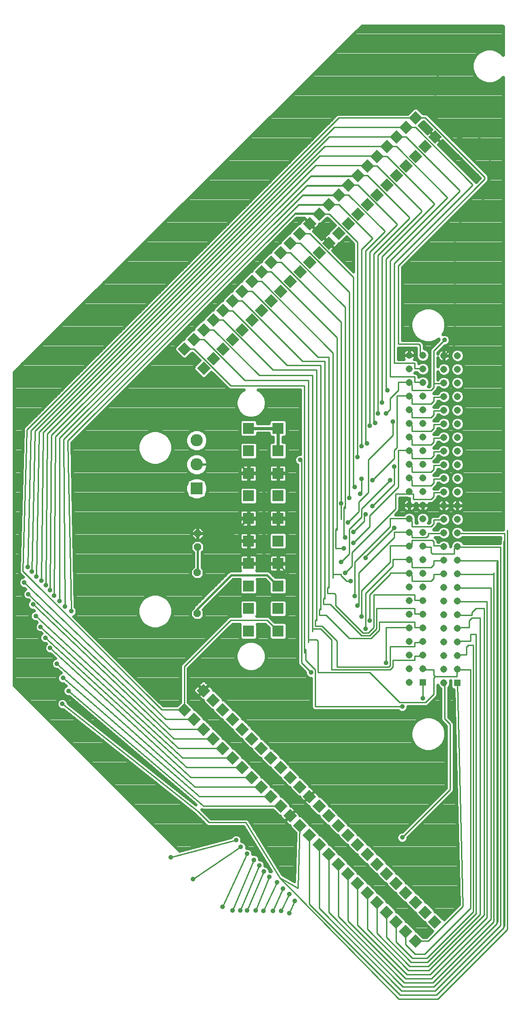
<source format=gtl>
G75*
G70*
%OFA0B0*%
%FSLAX24Y24*%
%IPPOS*%
%LPD*%
%AMOC8*
5,1,8,0,0,1.08239X$1,22.5*
%
%ADD10R,0.0827X0.0827*%
%ADD11R,0.0709X0.0709*%
%ADD12R,0.0515X0.0515*%
%ADD13C,0.0515*%
%ADD14OC8,0.0520*%
%ADD15R,0.0900X0.0900*%
%ADD16C,0.0900*%
%ADD17C,0.0240*%
%ADD18C,0.0100*%
%ADD19C,0.0350*%
%ADD20C,0.0160*%
%ADD21C,0.0357*%
%ADD22C,0.0396*%
%ADD23R,0.0396X0.0396*%
D10*
X019489Y037585D03*
X019489Y039239D03*
X019489Y040892D03*
X019489Y042546D03*
X019489Y044199D03*
X019489Y045853D03*
X019489Y047506D03*
X019489Y049160D03*
X019489Y050814D03*
X019489Y052467D03*
X021654Y052467D03*
X021654Y050814D03*
X021654Y049160D03*
X021654Y047506D03*
X021654Y045853D03*
X021654Y044199D03*
X021654Y042546D03*
X021654Y040892D03*
X021654Y039239D03*
X021654Y037585D03*
D11*
G36*
X018305Y030609D02*
X017805Y031109D01*
X018305Y031609D01*
X018805Y031109D01*
X018305Y030609D01*
G37*
G36*
X019012Y029902D02*
X018512Y030402D01*
X019012Y030902D01*
X019512Y030402D01*
X019012Y029902D01*
G37*
G36*
X019719Y029195D02*
X019219Y029695D01*
X019719Y030195D01*
X020219Y029695D01*
X019719Y029195D01*
G37*
G36*
X020426Y028487D02*
X019926Y028987D01*
X020426Y029487D01*
X020926Y028987D01*
X020426Y028487D01*
G37*
G36*
X021133Y027780D02*
X020633Y028280D01*
X021133Y028780D01*
X021633Y028280D01*
X021133Y027780D01*
G37*
G36*
X020426Y025659D02*
X019926Y026159D01*
X020426Y026659D01*
X020926Y026159D01*
X020426Y025659D01*
G37*
G36*
X021133Y024952D02*
X020633Y025452D01*
X021133Y025952D01*
X021633Y025452D01*
X021133Y024952D01*
G37*
G36*
X021840Y024245D02*
X021340Y024745D01*
X021840Y025245D01*
X022340Y024745D01*
X021840Y024245D01*
G37*
G36*
X022547Y023538D02*
X022047Y024038D01*
X022547Y024538D01*
X023047Y024038D01*
X022547Y023538D01*
G37*
G36*
X023264Y022821D02*
X022764Y023321D01*
X023264Y023821D01*
X023764Y023321D01*
X023264Y022821D01*
G37*
G36*
X023961Y022123D02*
X023461Y022623D01*
X023961Y023123D01*
X024461Y022623D01*
X023961Y022123D01*
G37*
G36*
X024669Y021416D02*
X024169Y021916D01*
X024669Y022416D01*
X025169Y021916D01*
X024669Y021416D01*
G37*
G36*
X025376Y020709D02*
X024876Y021209D01*
X025376Y021709D01*
X025876Y021209D01*
X025376Y020709D01*
G37*
G36*
X026083Y020002D02*
X025583Y020502D01*
X026083Y021002D01*
X026583Y020502D01*
X026083Y020002D01*
G37*
G36*
X026790Y019295D02*
X026290Y019795D01*
X026790Y020295D01*
X027290Y019795D01*
X026790Y019295D01*
G37*
G36*
X027497Y018588D02*
X026997Y019088D01*
X027497Y019588D01*
X027997Y019088D01*
X027497Y018588D01*
G37*
G36*
X028204Y017881D02*
X027704Y018381D01*
X028204Y018881D01*
X028704Y018381D01*
X028204Y017881D01*
G37*
G36*
X028911Y017174D02*
X028411Y017674D01*
X028911Y018174D01*
X029411Y017674D01*
X028911Y017174D01*
G37*
G36*
X029618Y016467D02*
X029118Y016967D01*
X029618Y017467D01*
X030118Y016967D01*
X029618Y016467D01*
G37*
G36*
X030325Y015759D02*
X029825Y016259D01*
X030325Y016759D01*
X030825Y016259D01*
X030325Y015759D01*
G37*
G36*
X031033Y015052D02*
X030533Y015552D01*
X031033Y016052D01*
X031533Y015552D01*
X031033Y015052D01*
G37*
G36*
X031740Y014345D02*
X031240Y014845D01*
X031740Y015345D01*
X032240Y014845D01*
X031740Y014345D01*
G37*
G36*
X033154Y015759D02*
X032654Y016259D01*
X033154Y016759D01*
X033654Y016259D01*
X033154Y015759D01*
G37*
G36*
X032447Y016467D02*
X031947Y016967D01*
X032447Y017467D01*
X032947Y016967D01*
X032447Y016467D01*
G37*
G36*
X031740Y017174D02*
X031240Y017674D01*
X031740Y018174D01*
X032240Y017674D01*
X031740Y017174D01*
G37*
G36*
X031033Y017881D02*
X030533Y018381D01*
X031033Y018881D01*
X031533Y018381D01*
X031033Y017881D01*
G37*
G36*
X030325Y018588D02*
X029825Y019088D01*
X030325Y019588D01*
X030825Y019088D01*
X030325Y018588D01*
G37*
G36*
X029618Y019295D02*
X029118Y019795D01*
X029618Y020295D01*
X030118Y019795D01*
X029618Y019295D01*
G37*
G36*
X028911Y020002D02*
X028411Y020502D01*
X028911Y021002D01*
X029411Y020502D01*
X028911Y020002D01*
G37*
G36*
X028204Y020709D02*
X027704Y021209D01*
X028204Y021709D01*
X028704Y021209D01*
X028204Y020709D01*
G37*
G36*
X027497Y021416D02*
X026997Y021916D01*
X027497Y022416D01*
X027997Y021916D01*
X027497Y021416D01*
G37*
G36*
X026790Y022123D02*
X026290Y022623D01*
X026790Y023123D01*
X027290Y022623D01*
X026790Y022123D01*
G37*
G36*
X026083Y022831D02*
X025583Y023331D01*
X026083Y023831D01*
X026583Y023331D01*
X026083Y022831D01*
G37*
G36*
X025376Y023538D02*
X024876Y024038D01*
X025376Y024538D01*
X025876Y024038D01*
X025376Y023538D01*
G37*
G36*
X024669Y024245D02*
X024169Y024745D01*
X024669Y025245D01*
X025169Y024745D01*
X024669Y024245D01*
G37*
G36*
X023961Y024952D02*
X023461Y025452D01*
X023961Y025952D01*
X024461Y025452D01*
X023961Y024952D01*
G37*
G36*
X023254Y025659D02*
X022754Y026159D01*
X023254Y026659D01*
X023754Y026159D01*
X023254Y025659D01*
G37*
G36*
X022547Y026366D02*
X022047Y026866D01*
X022547Y027366D01*
X023047Y026866D01*
X022547Y026366D01*
G37*
G36*
X021840Y027073D02*
X021340Y027573D01*
X021840Y028073D01*
X022340Y027573D01*
X021840Y027073D01*
G37*
G36*
X019719Y026366D02*
X019219Y026866D01*
X019719Y027366D01*
X020219Y026866D01*
X019719Y026366D01*
G37*
G36*
X019012Y027073D02*
X018512Y027573D01*
X019012Y028073D01*
X019512Y027573D01*
X019012Y027073D01*
G37*
G36*
X018305Y027780D02*
X017805Y028280D01*
X018305Y028780D01*
X018805Y028280D01*
X018305Y027780D01*
G37*
G36*
X017598Y028487D02*
X017098Y028987D01*
X017598Y029487D01*
X018098Y028987D01*
X017598Y028487D01*
G37*
G36*
X016890Y029195D02*
X016390Y029695D01*
X016890Y030195D01*
X017390Y029695D01*
X016890Y029195D01*
G37*
G36*
X016183Y029902D02*
X015683Y030402D01*
X016183Y030902D01*
X016683Y030402D01*
X016183Y029902D01*
G37*
G36*
X015476Y030609D02*
X014976Y031109D01*
X015476Y031609D01*
X015976Y031109D01*
X015476Y030609D01*
G37*
G36*
X014769Y031316D02*
X014269Y031816D01*
X014769Y032316D01*
X015269Y031816D01*
X014769Y031316D01*
G37*
G36*
X016183Y032730D02*
X015683Y033230D01*
X016183Y033730D01*
X016683Y033230D01*
X016183Y032730D01*
G37*
G36*
X016890Y032023D02*
X016390Y032523D01*
X016890Y033023D01*
X017390Y032523D01*
X016890Y032023D01*
G37*
G36*
X017598Y031316D02*
X017098Y031816D01*
X017598Y032316D01*
X018098Y031816D01*
X017598Y031316D01*
G37*
G36*
X015702Y056873D02*
X016202Y057373D01*
X016702Y056873D01*
X016202Y056373D01*
X015702Y056873D01*
G37*
G36*
X014288Y058287D02*
X014788Y058787D01*
X015288Y058287D01*
X014788Y057787D01*
X014288Y058287D01*
G37*
G36*
X014995Y058994D02*
X015495Y059494D01*
X015995Y058994D01*
X015495Y058494D01*
X014995Y058994D01*
G37*
G36*
X015702Y059701D02*
X016202Y060201D01*
X016702Y059701D01*
X016202Y059201D01*
X015702Y059701D01*
G37*
G36*
X016409Y060408D02*
X016909Y060908D01*
X017409Y060408D01*
X016909Y059908D01*
X016409Y060408D01*
G37*
G36*
X017116Y061115D02*
X017616Y061615D01*
X018116Y061115D01*
X017616Y060615D01*
X017116Y061115D01*
G37*
G36*
X017824Y061822D02*
X018324Y062322D01*
X018824Y061822D01*
X018324Y061322D01*
X017824Y061822D01*
G37*
G36*
X018531Y062529D02*
X019031Y063029D01*
X019531Y062529D01*
X019031Y062029D01*
X018531Y062529D01*
G37*
G36*
X019238Y063237D02*
X019738Y063737D01*
X020238Y063237D01*
X019738Y062737D01*
X019238Y063237D01*
G37*
G36*
X019945Y063944D02*
X020445Y064444D01*
X020945Y063944D01*
X020445Y063444D01*
X019945Y063944D01*
G37*
G36*
X020652Y064651D02*
X021152Y065151D01*
X021652Y064651D01*
X021152Y064151D01*
X020652Y064651D01*
G37*
G36*
X021359Y065358D02*
X021859Y065858D01*
X022359Y065358D01*
X021859Y064858D01*
X021359Y065358D01*
G37*
G36*
X022066Y066065D02*
X022566Y066565D01*
X023066Y066065D01*
X022566Y065565D01*
X022066Y066065D01*
G37*
G36*
X022764Y066763D02*
X023264Y067263D01*
X023764Y066763D01*
X023264Y066263D01*
X022764Y066763D01*
G37*
G36*
X023480Y067479D02*
X023980Y067979D01*
X024480Y067479D01*
X023980Y066979D01*
X023480Y067479D01*
G37*
G36*
X024187Y068186D02*
X024687Y068686D01*
X025187Y068186D01*
X024687Y067686D01*
X024187Y068186D01*
G37*
G36*
X024895Y068893D02*
X025395Y069393D01*
X025895Y068893D01*
X025395Y068393D01*
X024895Y068893D01*
G37*
G36*
X025602Y069600D02*
X026102Y070100D01*
X026602Y069600D01*
X026102Y069100D01*
X025602Y069600D01*
G37*
G36*
X026309Y070308D02*
X026809Y070808D01*
X027309Y070308D01*
X026809Y069808D01*
X026309Y070308D01*
G37*
G36*
X027016Y071015D02*
X027516Y071515D01*
X028016Y071015D01*
X027516Y070515D01*
X027016Y071015D01*
G37*
G36*
X027723Y071722D02*
X028223Y072222D01*
X028723Y071722D01*
X028223Y071222D01*
X027723Y071722D01*
G37*
G36*
X028430Y072429D02*
X028930Y072929D01*
X029430Y072429D01*
X028930Y071929D01*
X028430Y072429D01*
G37*
G36*
X029137Y073136D02*
X029637Y073636D01*
X030137Y073136D01*
X029637Y072636D01*
X029137Y073136D01*
G37*
G36*
X029844Y073843D02*
X030344Y074343D01*
X030844Y073843D01*
X030344Y073343D01*
X029844Y073843D01*
G37*
G36*
X030551Y074550D02*
X031051Y075050D01*
X031551Y074550D01*
X031051Y074050D01*
X030551Y074550D01*
G37*
G36*
X031259Y075257D02*
X031759Y075757D01*
X032259Y075257D01*
X031759Y074757D01*
X031259Y075257D01*
G37*
G36*
X031966Y073136D02*
X032466Y073636D01*
X032966Y073136D01*
X032466Y072636D01*
X031966Y073136D01*
G37*
G36*
X031259Y072429D02*
X031759Y072929D01*
X032259Y072429D01*
X031759Y071929D01*
X031259Y072429D01*
G37*
G36*
X030551Y071722D02*
X031051Y072222D01*
X031551Y071722D01*
X031051Y071222D01*
X030551Y071722D01*
G37*
G36*
X029844Y071015D02*
X030344Y071515D01*
X030844Y071015D01*
X030344Y070515D01*
X029844Y071015D01*
G37*
G36*
X029137Y070308D02*
X029637Y070808D01*
X030137Y070308D01*
X029637Y069808D01*
X029137Y070308D01*
G37*
G36*
X028430Y069600D02*
X028930Y070100D01*
X029430Y069600D01*
X028930Y069100D01*
X028430Y069600D01*
G37*
G36*
X027723Y068893D02*
X028223Y069393D01*
X028723Y068893D01*
X028223Y068393D01*
X027723Y068893D01*
G37*
G36*
X027016Y068186D02*
X027516Y068686D01*
X028016Y068186D01*
X027516Y067686D01*
X027016Y068186D01*
G37*
G36*
X026309Y067479D02*
X026809Y067979D01*
X027309Y067479D01*
X026809Y066979D01*
X026309Y067479D01*
G37*
G36*
X025602Y066772D02*
X026102Y067272D01*
X026602Y066772D01*
X026102Y066272D01*
X025602Y066772D01*
G37*
G36*
X024895Y066065D02*
X025395Y066565D01*
X025895Y066065D01*
X025395Y065565D01*
X024895Y066065D01*
G37*
G36*
X024187Y065358D02*
X024687Y065858D01*
X025187Y065358D01*
X024687Y064858D01*
X024187Y065358D01*
G37*
G36*
X023480Y064651D02*
X023980Y065151D01*
X024480Y064651D01*
X023980Y064151D01*
X023480Y064651D01*
G37*
G36*
X022773Y063944D02*
X023273Y064444D01*
X023773Y063944D01*
X023273Y063444D01*
X022773Y063944D01*
G37*
G36*
X022066Y063237D02*
X022566Y063737D01*
X023066Y063237D01*
X022566Y062737D01*
X022066Y063237D01*
G37*
G36*
X021359Y062529D02*
X021859Y063029D01*
X022359Y062529D01*
X021859Y062029D01*
X021359Y062529D01*
G37*
G36*
X020652Y061822D02*
X021152Y062322D01*
X021652Y061822D01*
X021152Y061322D01*
X020652Y061822D01*
G37*
G36*
X019945Y061115D02*
X020445Y061615D01*
X020945Y061115D01*
X020445Y060615D01*
X019945Y061115D01*
G37*
G36*
X019238Y060408D02*
X019738Y060908D01*
X020238Y060408D01*
X019738Y059908D01*
X019238Y060408D01*
G37*
G36*
X018531Y059701D02*
X019031Y060201D01*
X019531Y059701D01*
X019031Y059201D01*
X018531Y059701D01*
G37*
G36*
X017824Y058994D02*
X018324Y059494D01*
X018824Y058994D01*
X018324Y058494D01*
X017824Y058994D01*
G37*
G36*
X017116Y058287D02*
X017616Y058787D01*
X018116Y058287D01*
X017616Y057787D01*
X017116Y058287D01*
G37*
G36*
X016409Y057580D02*
X016909Y058080D01*
X017409Y057580D01*
X016909Y057080D01*
X016409Y057580D01*
G37*
G36*
X032673Y073843D02*
X033173Y074343D01*
X033673Y073843D01*
X033173Y073343D01*
X032673Y073843D01*
G37*
D12*
X032281Y033822D03*
X034831Y033796D03*
D13*
X034831Y034796D03*
X034831Y035796D03*
X034831Y036796D03*
X034831Y037796D03*
X034831Y038796D03*
X034831Y039796D03*
X034831Y040796D03*
X034831Y041796D03*
X034831Y042796D03*
X034831Y043796D03*
X034831Y044796D03*
X034831Y045796D03*
X034831Y046796D03*
X034831Y047796D03*
X034831Y048796D03*
X034831Y049796D03*
X034831Y050796D03*
X034831Y051796D03*
X034831Y052796D03*
X034831Y053796D03*
X034831Y054796D03*
X034831Y055796D03*
X034831Y056796D03*
X034831Y057796D03*
X033831Y057796D03*
X033831Y056796D03*
X033831Y055796D03*
X033831Y054796D03*
X033831Y053796D03*
X033831Y052796D03*
X033831Y051796D03*
X033831Y050796D03*
X033831Y049796D03*
X033831Y048796D03*
X033831Y047796D03*
X033831Y046796D03*
X033831Y045796D03*
X033831Y044796D03*
X033831Y043796D03*
X033831Y042796D03*
X033831Y041796D03*
X033831Y040796D03*
X033831Y039796D03*
X033831Y038796D03*
X033831Y037796D03*
X033831Y036796D03*
X033831Y035796D03*
X033831Y034796D03*
X033831Y033796D03*
X032281Y034822D03*
X032281Y035822D03*
X032281Y036822D03*
X032281Y037822D03*
X031281Y037822D03*
X031281Y036822D03*
X031281Y035822D03*
X031281Y034822D03*
X031281Y033822D03*
X031281Y038822D03*
X031281Y039822D03*
X031281Y040822D03*
X031281Y041822D03*
X031281Y042822D03*
X031281Y043822D03*
X031281Y044822D03*
X031281Y045822D03*
X031281Y046822D03*
X031281Y047822D03*
X031281Y048822D03*
X031281Y049822D03*
X031281Y050822D03*
X031281Y051822D03*
X031281Y052822D03*
X031281Y053822D03*
X031281Y054822D03*
X031281Y055822D03*
X031281Y056822D03*
X031281Y057822D03*
X032281Y057822D03*
X032281Y056822D03*
X032281Y055822D03*
X032281Y054822D03*
X032281Y053822D03*
X032281Y052822D03*
X032281Y051822D03*
X032281Y050822D03*
X032281Y049822D03*
X032281Y048822D03*
X032281Y047822D03*
X032281Y046822D03*
X032281Y045822D03*
X032281Y044822D03*
X032281Y043822D03*
X032281Y042822D03*
X032281Y041822D03*
X032281Y040822D03*
X032281Y039822D03*
X032281Y038822D03*
D14*
X015733Y038873D03*
X015733Y041873D03*
X015755Y043740D03*
X015755Y044740D03*
D15*
X015681Y048042D03*
D16*
X015681Y049807D03*
X015681Y051572D03*
D17*
X015902Y023812D02*
X012062Y023812D01*
X011823Y024050D02*
X015663Y024050D01*
X015588Y024125D02*
X016417Y023296D01*
X016524Y023252D01*
X016639Y023252D01*
X019120Y023252D01*
X021164Y019940D01*
X021115Y019960D01*
X021050Y019960D01*
X021050Y020025D01*
X020986Y020179D01*
X020868Y020297D01*
X020715Y020360D01*
X020700Y020360D01*
X020700Y020475D01*
X020636Y020629D01*
X020518Y020747D01*
X020365Y020810D01*
X020300Y020810D01*
X020300Y020875D01*
X020236Y021029D01*
X020118Y021147D01*
X019965Y021210D01*
X019800Y021210D01*
X019800Y021325D01*
X019736Y021479D01*
X019618Y021597D01*
X019465Y021660D01*
X019350Y021660D01*
X019350Y021825D01*
X019286Y021979D01*
X019168Y022097D01*
X019015Y022160D01*
X019000Y022160D01*
X019000Y022325D01*
X018936Y022479D01*
X018818Y022597D01*
X018665Y022660D01*
X018498Y022660D01*
X018344Y022597D01*
X018227Y022479D01*
X018213Y022446D01*
X014416Y021457D01*
X002281Y033592D01*
X002281Y056592D01*
X027831Y081992D01*
X038131Y081992D01*
X038181Y081942D01*
X038181Y079852D01*
X037967Y080066D01*
X037675Y080235D01*
X037350Y080322D01*
X037013Y080322D01*
X036687Y080235D01*
X036395Y080066D01*
X036157Y079828D01*
X035989Y079536D01*
X035901Y079210D01*
X035901Y078873D01*
X035989Y078548D01*
X036157Y078256D01*
X036395Y078018D01*
X036687Y077849D01*
X037013Y077762D01*
X037350Y077762D01*
X037675Y077849D01*
X037967Y078018D01*
X038181Y078232D01*
X038181Y045032D01*
X035272Y045032D01*
X035253Y045078D01*
X035113Y045218D01*
X034930Y045293D01*
X034732Y045293D01*
X034550Y045218D01*
X034410Y045078D01*
X034334Y044895D01*
X034334Y044697D01*
X034410Y044514D01*
X034550Y044374D01*
X034732Y044298D01*
X034930Y044298D01*
X035113Y044374D01*
X035191Y044452D01*
X037991Y044452D01*
X037991Y044362D01*
X037986Y044356D01*
X037941Y044250D01*
X037941Y044032D01*
X037924Y044032D01*
X035272Y044032D01*
X035253Y044078D01*
X035113Y044218D01*
X034930Y044293D01*
X034732Y044293D01*
X034550Y044218D01*
X034410Y044078D01*
X034334Y043895D01*
X034334Y043802D01*
X034329Y043790D01*
X034329Y043895D01*
X034253Y044078D01*
X034113Y044218D01*
X033930Y044293D01*
X033732Y044293D01*
X033550Y044218D01*
X033464Y044132D01*
X033371Y044132D01*
X033371Y044200D01*
X033327Y044306D01*
X033227Y044406D01*
X033227Y044406D01*
X033181Y044452D01*
X033472Y044452D01*
X033550Y044374D01*
X033732Y044298D01*
X033930Y044298D01*
X034113Y044374D01*
X034253Y044514D01*
X034329Y044697D01*
X034329Y044895D01*
X034253Y045078D01*
X034113Y045218D01*
X033930Y045293D01*
X033732Y045293D01*
X033550Y045218D01*
X033410Y045078D01*
X033391Y045032D01*
X033081Y045032D01*
X033127Y045078D01*
X033327Y045278D01*
X033371Y045384D01*
X033371Y045452D01*
X033472Y045452D01*
X033550Y045374D01*
X033732Y045298D01*
X033930Y045298D01*
X034113Y045374D01*
X034253Y045514D01*
X034329Y045697D01*
X034329Y045895D01*
X034253Y046078D01*
X034113Y046218D01*
X033930Y046293D01*
X033732Y046293D01*
X033550Y046218D01*
X033410Y046078D01*
X033391Y046032D01*
X033139Y046032D01*
X033024Y046032D01*
X032917Y045988D01*
X032836Y045906D01*
X032791Y045800D01*
X032791Y045562D01*
X032761Y045532D01*
X032695Y045532D01*
X032703Y045540D01*
X032779Y045723D01*
X032779Y045921D01*
X032703Y046104D01*
X032563Y046244D01*
X032380Y046319D01*
X032182Y046319D01*
X032000Y046244D01*
X031860Y046104D01*
X031784Y045921D01*
X031784Y045723D01*
X031860Y045540D01*
X031868Y045532D01*
X031771Y045532D01*
X031771Y045700D01*
X031770Y045702D01*
X031779Y045723D01*
X031779Y045921D01*
X031703Y046104D01*
X031563Y046244D01*
X031380Y046319D01*
X031182Y046319D01*
X031000Y046244D01*
X030888Y046132D01*
X030281Y046132D01*
X030527Y046378D01*
X030571Y046484D01*
X030571Y046600D01*
X030571Y047352D01*
X031116Y047352D01*
X031182Y047324D01*
X031291Y047324D01*
X031291Y047299D01*
X031282Y047299D01*
X031282Y046822D01*
X031759Y046822D01*
X031759Y046917D01*
X031744Y046952D01*
X031819Y046952D01*
X031804Y046917D01*
X031804Y046822D01*
X032281Y046822D01*
X032281Y046822D01*
X031804Y046822D01*
X031804Y046727D01*
X031877Y046551D01*
X032011Y046417D01*
X032186Y046344D01*
X032281Y046344D01*
X032281Y046821D01*
X032282Y046821D01*
X032282Y046344D01*
X032376Y046344D01*
X032552Y046417D01*
X032686Y046551D01*
X032759Y046727D01*
X032759Y046822D01*
X032759Y046917D01*
X032744Y046952D01*
X032939Y046952D01*
X033046Y046996D01*
X033127Y047078D01*
X033327Y047278D01*
X033371Y047384D01*
X033371Y047452D01*
X033472Y047452D01*
X033550Y047374D01*
X033732Y047298D01*
X033930Y047298D01*
X034113Y047374D01*
X034253Y047514D01*
X034329Y047697D01*
X034329Y047895D01*
X034253Y048078D01*
X034113Y048218D01*
X033930Y048293D01*
X033732Y048293D01*
X033550Y048218D01*
X033410Y048078D01*
X033391Y048032D01*
X033139Y048032D01*
X033081Y048032D01*
X033127Y048078D01*
X033327Y048278D01*
X033371Y048384D01*
X033371Y048452D01*
X033472Y048452D01*
X033550Y048374D01*
X033732Y048298D01*
X033930Y048298D01*
X034113Y048374D01*
X034253Y048514D01*
X034329Y048697D01*
X034329Y048895D01*
X034253Y049078D01*
X034113Y049218D01*
X033930Y049293D01*
X033732Y049293D01*
X033550Y049218D01*
X033410Y049078D01*
X033391Y049032D01*
X033139Y049032D01*
X033081Y049032D01*
X033127Y049078D01*
X033327Y049278D01*
X033371Y049384D01*
X033371Y049452D01*
X033472Y049452D01*
X033550Y049374D01*
X033732Y049298D01*
X033930Y049298D01*
X034113Y049374D01*
X034253Y049514D01*
X034329Y049697D01*
X034329Y049895D01*
X034253Y050078D01*
X034113Y050218D01*
X033930Y050293D01*
X033732Y050293D01*
X033550Y050218D01*
X033410Y050078D01*
X033391Y050032D01*
X033139Y050032D01*
X033081Y050032D01*
X033127Y050078D01*
X033327Y050278D01*
X033371Y050384D01*
X033371Y050452D01*
X033472Y050452D01*
X033550Y050374D01*
X033732Y050298D01*
X033930Y050298D01*
X034113Y050374D01*
X034253Y050514D01*
X034329Y050697D01*
X034329Y050895D01*
X034253Y051078D01*
X034113Y051218D01*
X033930Y051293D01*
X033732Y051293D01*
X033550Y051218D01*
X033410Y051078D01*
X033391Y051032D01*
X033139Y051032D01*
X033081Y051032D01*
X033127Y051078D01*
X033327Y051278D01*
X033371Y051384D01*
X033371Y051452D01*
X033472Y051452D01*
X033550Y051374D01*
X033732Y051298D01*
X033930Y051298D01*
X034113Y051374D01*
X034253Y051514D01*
X034329Y051697D01*
X034329Y051895D01*
X034253Y052078D01*
X034113Y052218D01*
X033930Y052293D01*
X033732Y052293D01*
X033550Y052218D01*
X033410Y052078D01*
X033391Y052032D01*
X033139Y052032D01*
X033081Y052032D01*
X033127Y052078D01*
X033327Y052278D01*
X033371Y052384D01*
X033371Y052452D01*
X033472Y052452D01*
X033550Y052374D01*
X033732Y052298D01*
X033930Y052298D01*
X034113Y052374D01*
X034253Y052514D01*
X034329Y052697D01*
X034329Y052895D01*
X034253Y053078D01*
X034113Y053218D01*
X033930Y053293D01*
X033732Y053293D01*
X033550Y053218D01*
X033410Y053078D01*
X033391Y053032D01*
X033139Y053032D01*
X033081Y053032D01*
X033127Y053078D01*
X033327Y053278D01*
X033371Y053384D01*
X033371Y053452D01*
X033472Y053452D01*
X033550Y053374D01*
X033732Y053298D01*
X033930Y053298D01*
X034113Y053374D01*
X034253Y053514D01*
X034329Y053697D01*
X034329Y053895D01*
X034253Y054078D01*
X034113Y054218D01*
X033930Y054293D01*
X033732Y054293D01*
X033550Y054218D01*
X033410Y054078D01*
X033391Y054032D01*
X033139Y054032D01*
X033081Y054032D01*
X033127Y054078D01*
X033327Y054278D01*
X033371Y054384D01*
X033371Y054452D01*
X033472Y054452D01*
X033550Y054374D01*
X033732Y054298D01*
X033930Y054298D01*
X034113Y054374D01*
X034253Y054514D01*
X034329Y054697D01*
X034329Y054895D01*
X034253Y055078D01*
X034113Y055218D01*
X033930Y055293D01*
X033732Y055293D01*
X033550Y055218D01*
X033410Y055078D01*
X033391Y055032D01*
X033139Y055032D01*
X033081Y055032D01*
X033127Y055078D01*
X033327Y055278D01*
X033371Y055384D01*
X033371Y055452D01*
X033472Y055452D01*
X033550Y055374D01*
X033732Y055298D01*
X033930Y055298D01*
X034113Y055374D01*
X034253Y055514D01*
X034329Y055697D01*
X034329Y055895D01*
X034253Y056078D01*
X034113Y056218D01*
X033930Y056293D01*
X033732Y056293D01*
X033550Y056218D01*
X033410Y056078D01*
X033391Y056032D01*
X033371Y056032D01*
X033371Y056607D01*
X033410Y056514D01*
X033550Y056374D01*
X033732Y056298D01*
X033930Y056298D01*
X034113Y056374D01*
X034253Y056514D01*
X034329Y056697D01*
X034329Y056895D01*
X034253Y057078D01*
X034113Y057218D01*
X033930Y057293D01*
X033732Y057293D01*
X033550Y057218D01*
X033410Y057078D01*
X033371Y056985D01*
X033371Y057659D01*
X033427Y057525D01*
X033561Y057391D01*
X033736Y057318D01*
X033831Y057318D01*
X033831Y057795D01*
X033832Y057795D01*
X033832Y057318D01*
X033926Y057318D01*
X034102Y057391D01*
X034236Y057525D01*
X034309Y057701D01*
X034309Y057796D01*
X034309Y057891D01*
X034236Y058066D01*
X034102Y058201D01*
X033926Y058273D01*
X033832Y058273D01*
X033832Y057796D01*
X034309Y057796D01*
X033832Y057796D01*
X033832Y057796D01*
X033831Y057796D01*
X033831Y058273D01*
X033736Y058273D01*
X033561Y058201D01*
X033427Y058066D01*
X033371Y057933D01*
X033371Y058022D01*
X033877Y058527D01*
X033964Y058527D01*
X034116Y058590D01*
X034233Y058707D01*
X034296Y058859D01*
X034296Y059024D01*
X034233Y059177D01*
X034116Y059294D01*
X033964Y059357D01*
X033799Y059357D01*
X033753Y059338D01*
X033874Y059548D01*
X033961Y059873D01*
X033961Y060210D01*
X033874Y060536D01*
X033706Y060828D01*
X033467Y061066D01*
X033175Y061235D01*
X032850Y061322D01*
X032513Y061322D01*
X032187Y061235D01*
X031895Y061066D01*
X031657Y060828D01*
X031489Y060536D01*
X031401Y060210D01*
X031401Y059873D01*
X031489Y059548D01*
X031657Y059256D01*
X031895Y059018D01*
X032057Y058924D01*
X032039Y058932D01*
X030771Y058932D01*
X030771Y064272D01*
X036996Y070496D01*
X037077Y070578D01*
X037121Y070684D01*
X037121Y070834D01*
X037121Y070950D01*
X037077Y071056D01*
X032630Y075503D01*
X032524Y075547D01*
X032408Y075547D01*
X032309Y075547D01*
X031894Y075962D01*
X031806Y075998D01*
X031711Y075998D01*
X031623Y075962D01*
X031193Y075532D01*
X026189Y075532D01*
X026074Y075532D01*
X025967Y075488D01*
X003029Y052549D01*
X002990Y052513D01*
X002989Y052509D01*
X002986Y052506D01*
X002965Y052456D01*
X002943Y052408D01*
X002943Y052404D01*
X002941Y052400D01*
X002941Y052345D01*
X002643Y042054D01*
X002641Y042050D01*
X002641Y041996D01*
X002640Y041943D01*
X002641Y041939D01*
X002641Y041934D01*
X002662Y041884D01*
X002681Y041835D01*
X002684Y041832D01*
X002686Y041828D01*
X002724Y041789D01*
X002760Y041751D01*
X002764Y041749D01*
X002953Y041560D01*
X002948Y041560D01*
X002794Y041497D01*
X002677Y041379D01*
X002613Y041225D01*
X002613Y041059D01*
X002677Y040905D01*
X002794Y040787D01*
X002948Y040723D01*
X003047Y040723D01*
X003117Y040656D01*
X003094Y040647D01*
X002977Y040529D01*
X002913Y040375D01*
X002913Y040209D01*
X002977Y040055D01*
X003094Y039937D01*
X003248Y039873D01*
X003350Y039873D01*
X003387Y039839D01*
X003327Y039779D01*
X003263Y039625D01*
X003263Y039459D01*
X003327Y039305D01*
X003444Y039187D01*
X003598Y039123D01*
X003700Y039123D01*
X003740Y039086D01*
X003644Y039047D01*
X003527Y038929D01*
X003463Y038775D01*
X003463Y038609D01*
X003527Y038455D01*
X003644Y038337D01*
X003798Y038273D01*
X003906Y038273D01*
X003966Y038218D01*
X003877Y038129D01*
X003813Y037975D01*
X003813Y037809D01*
X003877Y037655D01*
X003994Y037537D01*
X004148Y037473D01*
X004257Y037473D01*
X004316Y037419D01*
X004227Y037329D01*
X004163Y037175D01*
X004163Y037009D01*
X004227Y036855D01*
X004344Y036737D01*
X004498Y036673D01*
X004608Y036673D01*
X004641Y036643D01*
X004577Y036579D01*
X004513Y036425D01*
X004513Y036259D01*
X004577Y036105D01*
X004694Y035987D01*
X004848Y035923D01*
X004958Y035923D01*
X005315Y035596D01*
X005194Y035547D01*
X005077Y035429D01*
X005013Y035275D01*
X005013Y035109D01*
X005077Y034955D01*
X005194Y034837D01*
X005348Y034773D01*
X005465Y034773D01*
X005734Y034534D01*
X005644Y034497D01*
X005527Y034379D01*
X005463Y034225D01*
X005463Y034059D01*
X005527Y033905D01*
X005644Y033787D01*
X005798Y033723D01*
X005921Y033723D01*
X006098Y033569D01*
X006044Y033547D01*
X005927Y033429D01*
X005863Y033275D01*
X005863Y033109D01*
X005927Y032955D01*
X006044Y032837D01*
X006198Y032773D01*
X006325Y032773D01*
X015619Y024841D01*
X006246Y032283D01*
X006246Y032324D01*
X006183Y032477D01*
X006066Y032594D01*
X005914Y032657D01*
X005749Y032657D01*
X005596Y032594D01*
X005480Y032477D01*
X005416Y032324D01*
X005416Y032159D01*
X005480Y032007D01*
X005596Y031890D01*
X005749Y031827D01*
X005888Y031827D01*
X015588Y024125D01*
X015382Y024289D02*
X011585Y024289D01*
X011346Y024527D02*
X015082Y024527D01*
X014781Y024766D02*
X011108Y024766D01*
X010869Y025004D02*
X014481Y025004D01*
X014180Y025243D02*
X010631Y025243D01*
X010392Y025481D02*
X013880Y025481D01*
X013579Y025720D02*
X010153Y025720D01*
X009915Y025958D02*
X013279Y025958D01*
X012979Y026197D02*
X009676Y026197D01*
X009438Y026436D02*
X012678Y026436D01*
X012378Y026674D02*
X009199Y026674D01*
X008961Y026913D02*
X012077Y026913D01*
X011777Y027151D02*
X008722Y027151D01*
X008484Y027390D02*
X011476Y027390D01*
X011176Y027628D02*
X008245Y027628D01*
X008007Y027867D02*
X010875Y027867D01*
X010575Y028105D02*
X007768Y028105D01*
X007529Y028344D02*
X010275Y028344D01*
X009974Y028582D02*
X007291Y028582D01*
X007052Y028821D02*
X009674Y028821D01*
X009373Y029059D02*
X006814Y029059D01*
X006575Y029298D02*
X009073Y029298D01*
X008772Y029537D02*
X006337Y029537D01*
X006098Y029775D02*
X008472Y029775D01*
X008171Y030014D02*
X005860Y030014D01*
X005621Y030252D02*
X007871Y030252D01*
X007571Y030491D02*
X005383Y030491D01*
X005144Y030729D02*
X007270Y030729D01*
X006970Y030968D02*
X004905Y030968D01*
X004667Y031206D02*
X006669Y031206D01*
X006369Y031445D02*
X004428Y031445D01*
X004190Y031683D02*
X006068Y031683D01*
X005564Y031922D02*
X003951Y031922D01*
X003713Y032161D02*
X005416Y032161D01*
X005447Y032399D02*
X003474Y032399D01*
X003236Y032638D02*
X005702Y032638D01*
X005960Y032638D02*
X006484Y032638D01*
X006215Y032399D02*
X006764Y032399D01*
X007043Y032161D02*
X006400Y032161D01*
X006701Y031922D02*
X007323Y031922D01*
X007602Y031683D02*
X007001Y031683D01*
X007301Y031445D02*
X007881Y031445D01*
X007602Y031206D02*
X008161Y031206D01*
X007902Y030968D02*
X008440Y030968D01*
X008203Y030729D02*
X008720Y030729D01*
X008503Y030491D02*
X008999Y030491D01*
X008804Y030252D02*
X009279Y030252D01*
X009104Y030014D02*
X009558Y030014D01*
X009405Y029775D02*
X009838Y029775D01*
X009705Y029537D02*
X010117Y029537D01*
X010005Y029298D02*
X010397Y029298D01*
X010306Y029059D02*
X010676Y029059D01*
X010606Y028821D02*
X010956Y028821D01*
X010907Y028582D02*
X011235Y028582D01*
X011207Y028344D02*
X011515Y028344D01*
X011508Y028105D02*
X011794Y028105D01*
X011808Y027867D02*
X012074Y027867D01*
X012109Y027628D02*
X012353Y027628D01*
X012409Y027390D02*
X012633Y027390D01*
X012709Y027151D02*
X012912Y027151D01*
X013010Y026913D02*
X013192Y026913D01*
X013310Y026674D02*
X013471Y026674D01*
X013611Y026436D02*
X013751Y026436D01*
X013911Y026197D02*
X014030Y026197D01*
X014212Y025958D02*
X014310Y025958D01*
X014512Y025720D02*
X014589Y025720D01*
X014813Y025481D02*
X014869Y025481D01*
X015113Y025243D02*
X015148Y025243D01*
X015413Y025004D02*
X015428Y025004D01*
X016053Y024481D02*
X016078Y024472D01*
X016121Y024455D01*
X016133Y024455D01*
X016144Y024451D01*
X016190Y024455D01*
X021290Y024455D01*
X021704Y024040D01*
X021792Y024004D01*
X021826Y024004D01*
X021826Y023947D01*
X022141Y023632D01*
X022547Y024038D01*
X022953Y024444D01*
X022638Y024759D01*
X022581Y024759D01*
X022581Y024792D01*
X022545Y024881D01*
X021976Y025449D01*
X021888Y025486D01*
X021874Y025486D01*
X021874Y025500D01*
X021838Y025588D01*
X021269Y026156D01*
X021181Y026193D01*
X021167Y026193D01*
X021167Y026207D01*
X021130Y026295D01*
X020562Y026863D01*
X020474Y026900D01*
X020460Y026900D01*
X020460Y026914D01*
X020423Y027002D01*
X019855Y027571D01*
X019767Y027607D01*
X019753Y027607D01*
X019753Y027621D01*
X019716Y027709D01*
X019148Y028278D01*
X019059Y028314D01*
X019046Y028314D01*
X019046Y028328D01*
X019009Y028416D01*
X018441Y028985D01*
X018352Y029021D01*
X018339Y029021D01*
X018339Y029035D01*
X018302Y029123D01*
X017733Y029692D01*
X017645Y029728D01*
X017631Y029728D01*
X017631Y029742D01*
X017595Y029830D01*
X017026Y030399D01*
X016938Y030436D01*
X016924Y030436D01*
X016924Y030449D01*
X016888Y030538D01*
X016319Y031106D01*
X016231Y031143D01*
X016217Y031143D01*
X016217Y031156D01*
X016181Y031245D01*
X015612Y031813D01*
X015524Y031850D01*
X015510Y031850D01*
X015510Y031864D01*
X015474Y031952D01*
X015059Y032366D01*
X015059Y034859D01*
X018302Y038102D01*
X018858Y038102D01*
X018835Y038046D01*
X018835Y037124D01*
X018872Y037036D01*
X018939Y036968D01*
X019027Y036932D01*
X019950Y036932D01*
X020038Y036968D01*
X020105Y037036D01*
X020142Y037124D01*
X020142Y038046D01*
X020119Y038102D01*
X020727Y038102D01*
X021000Y037828D01*
X021000Y037124D01*
X021037Y037036D01*
X021104Y036968D01*
X021193Y036932D01*
X022115Y036932D01*
X022203Y036968D01*
X022271Y037036D01*
X022307Y037124D01*
X022307Y038046D01*
X022271Y038135D01*
X022203Y038202D01*
X022115Y038239D01*
X021411Y038239D01*
X021093Y038556D01*
X021011Y038638D01*
X020905Y038682D01*
X020098Y038682D01*
X020105Y038689D01*
X020142Y038778D01*
X020142Y039700D01*
X020105Y039788D01*
X020038Y039856D01*
X019950Y039892D01*
X019027Y039892D01*
X018939Y039856D01*
X018872Y039788D01*
X018835Y039700D01*
X018835Y038778D01*
X018872Y038689D01*
X018879Y038682D01*
X018239Y038682D01*
X018124Y038682D01*
X018017Y038638D01*
X014605Y035225D01*
X014523Y035144D01*
X014479Y035037D01*
X014479Y032366D01*
X014219Y032106D01*
X013228Y032106D01*
X006667Y038666D01*
X006718Y038687D01*
X006836Y038805D01*
X006900Y038959D01*
X006900Y039125D01*
X006836Y039279D01*
X006765Y039350D01*
X006524Y051424D01*
X022960Y067861D01*
X023046Y067896D01*
X023051Y067902D01*
X023591Y067902D01*
X023574Y067885D01*
X023259Y067570D01*
X023259Y067504D01*
X023216Y067504D01*
X023128Y067467D01*
X022559Y066899D01*
X022523Y066810D01*
X022523Y066806D01*
X022518Y066806D01*
X022430Y066769D01*
X021862Y066201D01*
X021825Y066113D01*
X021825Y066099D01*
X021811Y066099D01*
X021723Y066062D01*
X021154Y065494D01*
X021118Y065406D01*
X021118Y065392D01*
X021104Y065392D01*
X021016Y065355D01*
X020447Y064787D01*
X020411Y064698D01*
X020411Y064685D01*
X020397Y064685D01*
X020309Y064648D01*
X019740Y064080D01*
X019704Y063991D01*
X019704Y063978D01*
X019690Y063978D01*
X019602Y063941D01*
X019033Y063372D01*
X018997Y063284D01*
X018997Y063270D01*
X018983Y063270D01*
X018895Y063234D01*
X018326Y062665D01*
X018290Y062577D01*
X018290Y062563D01*
X018276Y062563D01*
X018188Y062527D01*
X017619Y061958D01*
X017582Y061870D01*
X017582Y061856D01*
X017569Y061856D01*
X017480Y061820D01*
X016912Y061251D01*
X016875Y061163D01*
X016875Y061149D01*
X016862Y061149D01*
X016773Y061113D01*
X016205Y060544D01*
X016168Y060456D01*
X016168Y060442D01*
X016154Y060442D01*
X016066Y060405D01*
X015498Y059837D01*
X015461Y059749D01*
X015461Y059735D01*
X015447Y059735D01*
X015359Y059698D01*
X014791Y059130D01*
X014754Y059042D01*
X014754Y059028D01*
X014740Y059028D01*
X014652Y058991D01*
X014083Y058423D01*
X014047Y058334D01*
X014047Y058239D01*
X014083Y058151D01*
X014652Y057582D01*
X014740Y057546D01*
X014836Y057546D01*
X014924Y057582D01*
X015338Y057997D01*
X015366Y057997D01*
X015926Y057437D01*
X015498Y057009D01*
X015461Y056920D01*
X015461Y056825D01*
X015498Y056737D01*
X016066Y056168D01*
X016154Y056131D01*
X016250Y056131D01*
X016338Y056168D01*
X016767Y056597D01*
X018017Y055346D01*
X018124Y055302D01*
X018239Y055302D01*
X019154Y055302D01*
X018988Y055206D01*
X018781Y054999D01*
X018635Y054746D01*
X018559Y054464D01*
X018559Y054171D01*
X018635Y053889D01*
X018781Y053636D01*
X018988Y053429D01*
X019241Y053283D01*
X019523Y053207D01*
X019816Y053207D01*
X020098Y053283D01*
X020351Y053429D01*
X020558Y053636D01*
X020704Y053889D01*
X020780Y054171D01*
X020780Y054464D01*
X020704Y054746D01*
X020558Y054999D01*
X020351Y055206D01*
X020186Y055302D01*
X023291Y055302D01*
X023291Y050557D01*
X023199Y050557D01*
X023046Y050494D01*
X022930Y050377D01*
X022866Y050224D01*
X022866Y050059D01*
X022930Y049907D01*
X023046Y049790D01*
X023091Y049771D01*
X023091Y035300D01*
X023091Y035184D01*
X023136Y035078D01*
X023666Y034547D01*
X023666Y034459D01*
X023730Y034307D01*
X023846Y034190D01*
X023999Y034127D01*
X024091Y034127D01*
X024091Y031984D01*
X024136Y031878D01*
X024217Y031796D01*
X024324Y031752D01*
X024439Y031752D01*
X030485Y031752D01*
X030546Y031690D01*
X030699Y031627D01*
X030864Y031627D01*
X031016Y031690D01*
X031133Y031807D01*
X031196Y031959D01*
X031196Y032052D01*
X032539Y032052D01*
X032646Y032096D01*
X032727Y032178D01*
X033327Y032778D01*
X033371Y032884D01*
X033371Y033000D01*
X033371Y033607D01*
X033410Y033514D01*
X033550Y033374D01*
X033591Y033357D01*
X033591Y031200D01*
X033591Y031084D01*
X033636Y030978D01*
X033991Y030622D01*
X033991Y026062D01*
X030786Y022857D01*
X030699Y022857D01*
X030546Y022794D01*
X030430Y022677D01*
X030366Y022524D01*
X030366Y022359D01*
X030430Y022207D01*
X030546Y022090D01*
X030699Y022027D01*
X030864Y022027D01*
X031016Y022090D01*
X031133Y022207D01*
X031196Y022359D01*
X031196Y022447D01*
X034527Y025778D01*
X034571Y025884D01*
X034571Y026000D01*
X034571Y030800D01*
X034527Y030906D01*
X034446Y030988D01*
X034171Y031262D01*
X034171Y033432D01*
X034253Y033514D01*
X034329Y033697D01*
X034329Y033895D01*
X034305Y033952D01*
X034334Y033952D01*
X034334Y033491D01*
X034370Y033402D01*
X034438Y033335D01*
X034526Y033298D01*
X034553Y033298D01*
X034936Y017507D01*
X033842Y016412D01*
X033290Y016964D01*
X033202Y017001D01*
X033188Y017001D01*
X033188Y017014D01*
X033151Y017103D01*
X032583Y017671D01*
X032494Y017708D01*
X032481Y017708D01*
X032481Y017721D01*
X032444Y017810D01*
X031876Y018378D01*
X031787Y018415D01*
X031774Y018415D01*
X031774Y018429D01*
X031737Y018517D01*
X031168Y019085D01*
X031080Y019122D01*
X031066Y019122D01*
X031066Y019136D01*
X031030Y019224D01*
X030461Y019792D01*
X030373Y019829D01*
X030359Y019829D01*
X030359Y019843D01*
X030323Y019931D01*
X029754Y020500D01*
X029666Y020536D01*
X029652Y020536D01*
X029652Y020550D01*
X029616Y020638D01*
X029047Y021207D01*
X028959Y021243D01*
X028945Y021243D01*
X028945Y021257D01*
X028909Y021345D01*
X028340Y021914D01*
X028252Y021950D01*
X028238Y021950D01*
X028238Y021964D01*
X028201Y022052D01*
X027633Y022621D01*
X027545Y022657D01*
X027531Y022657D01*
X027531Y022671D01*
X027494Y022759D01*
X026926Y023328D01*
X026838Y023364D01*
X026824Y023364D01*
X026824Y023378D01*
X026787Y023466D01*
X026219Y024035D01*
X026131Y024072D01*
X026117Y024072D01*
X026117Y024085D01*
X026080Y024174D01*
X025512Y024742D01*
X025423Y024779D01*
X025410Y024779D01*
X025410Y024792D01*
X025373Y024881D01*
X024805Y025449D01*
X024716Y025486D01*
X024682Y025486D01*
X024682Y025543D01*
X024368Y025858D01*
X023962Y025452D01*
X023962Y025452D01*
X024367Y025858D01*
X024053Y026173D01*
X023995Y026173D01*
X023995Y026207D01*
X023959Y026295D01*
X023390Y026863D01*
X023302Y026900D01*
X023288Y026900D01*
X023288Y026914D01*
X023252Y027002D01*
X022683Y027571D01*
X022595Y027607D01*
X022581Y027607D01*
X022581Y027621D01*
X022545Y027709D01*
X021976Y028278D01*
X021888Y028314D01*
X021874Y028314D01*
X021874Y028328D01*
X021838Y028416D01*
X021269Y028985D01*
X021181Y029021D01*
X021167Y029021D01*
X021167Y029035D01*
X021130Y029123D01*
X020562Y029692D01*
X020474Y029728D01*
X020460Y029728D01*
X020460Y029742D01*
X020423Y029830D01*
X019855Y030399D01*
X019767Y030436D01*
X019753Y030436D01*
X019753Y030449D01*
X019716Y030538D01*
X019148Y031106D01*
X019059Y031143D01*
X019046Y031143D01*
X019046Y031156D01*
X019009Y031245D01*
X018441Y031813D01*
X018352Y031850D01*
X018339Y031850D01*
X018339Y031864D01*
X018302Y031952D01*
X017733Y032520D01*
X017645Y032557D01*
X017631Y032557D01*
X017631Y032571D01*
X017595Y032659D01*
X017026Y033227D01*
X016938Y033264D01*
X016904Y033264D01*
X016904Y033321D01*
X016589Y033636D01*
X016274Y033951D01*
X016092Y033951D01*
X015777Y033636D01*
X015462Y033321D01*
X015462Y033139D01*
X015777Y032824D01*
X016183Y033230D01*
X016183Y033230D01*
X015777Y033636D01*
X016183Y033230D01*
X016183Y033230D01*
X015777Y032824D01*
X016092Y032509D01*
X016149Y032509D01*
X016149Y032475D01*
X016186Y032387D01*
X016754Y031818D01*
X016843Y031782D01*
X016856Y031782D01*
X016856Y031768D01*
X016893Y031680D01*
X017462Y031111D01*
X017550Y031075D01*
X017564Y031075D01*
X017564Y031061D01*
X017600Y030973D01*
X018169Y030404D01*
X018257Y030368D01*
X018271Y030368D01*
X018271Y030354D01*
X018307Y030266D01*
X018876Y029697D01*
X018964Y029661D01*
X018978Y029661D01*
X018978Y029647D01*
X019014Y029559D01*
X019583Y028990D01*
X019671Y028953D01*
X019685Y028953D01*
X019685Y028940D01*
X019721Y028851D01*
X020290Y028283D01*
X020378Y028246D01*
X020392Y028246D01*
X020392Y028233D01*
X020429Y028144D01*
X020997Y027576D01*
X021085Y027539D01*
X021099Y027539D01*
X021099Y027525D01*
X021136Y027437D01*
X021704Y026869D01*
X021792Y026832D01*
X021806Y026832D01*
X021806Y026818D01*
X021843Y026730D01*
X022411Y026162D01*
X022499Y026125D01*
X022513Y026125D01*
X022513Y026111D01*
X022550Y026023D01*
X023118Y025454D01*
X023207Y025418D01*
X023240Y025418D01*
X023240Y025361D01*
X023555Y025046D01*
X023961Y025452D01*
X023961Y025451D01*
X023555Y025046D01*
X023870Y024731D01*
X023928Y024731D01*
X023928Y024697D01*
X023964Y024609D01*
X024533Y024040D01*
X024621Y024004D01*
X024635Y024004D01*
X024635Y023990D01*
X024671Y023902D01*
X025240Y023333D01*
X025328Y023297D01*
X025342Y023297D01*
X025342Y023283D01*
X025378Y023195D01*
X025947Y022626D01*
X026035Y022589D01*
X026049Y022589D01*
X026049Y022576D01*
X026085Y022487D01*
X026654Y021919D01*
X026742Y021882D01*
X026756Y021882D01*
X026756Y021869D01*
X026792Y021780D01*
X027361Y021212D01*
X027449Y021175D01*
X027463Y021175D01*
X027463Y021161D01*
X027500Y021073D01*
X028068Y020505D01*
X028156Y020468D01*
X028170Y020468D01*
X028170Y020454D01*
X028207Y020366D01*
X028775Y019798D01*
X028863Y019761D01*
X028877Y019761D01*
X028877Y019747D01*
X028914Y019659D01*
X029482Y019091D01*
X029571Y019054D01*
X029584Y019054D01*
X029584Y019040D01*
X029621Y018952D01*
X030189Y018383D01*
X030278Y018347D01*
X030291Y018347D01*
X030291Y018333D01*
X030328Y018245D01*
X030897Y017676D01*
X030985Y017640D01*
X030999Y017640D01*
X030999Y017626D01*
X031035Y017538D01*
X031604Y016969D01*
X031692Y016933D01*
X031706Y016933D01*
X031706Y016919D01*
X031742Y016831D01*
X032311Y016262D01*
X032399Y016226D01*
X032413Y016226D01*
X032413Y016212D01*
X032449Y016124D01*
X033001Y015572D01*
X032565Y015135D01*
X032290Y015135D01*
X031876Y015550D01*
X031787Y015586D01*
X031774Y015586D01*
X031774Y015600D01*
X031737Y015688D01*
X031168Y016257D01*
X031080Y016293D01*
X031066Y016293D01*
X031066Y016307D01*
X031030Y016395D01*
X030461Y016964D01*
X030373Y017001D01*
X030359Y017001D01*
X030359Y017014D01*
X030323Y017103D01*
X029754Y017671D01*
X029666Y017708D01*
X029652Y017708D01*
X029652Y017721D01*
X029616Y017810D01*
X029047Y018378D01*
X028959Y018415D01*
X028945Y018415D01*
X028945Y018429D01*
X028909Y018517D01*
X028340Y019085D01*
X028252Y019122D01*
X028238Y019122D01*
X028238Y019136D01*
X028201Y019224D01*
X027633Y019792D01*
X027545Y019829D01*
X027531Y019829D01*
X027531Y019843D01*
X027494Y019931D01*
X026926Y020500D01*
X026838Y020536D01*
X026824Y020536D01*
X026824Y020550D01*
X026787Y020638D01*
X026219Y021207D01*
X026131Y021243D01*
X026117Y021243D01*
X026117Y021257D01*
X026080Y021345D01*
X025512Y021914D01*
X025423Y021950D01*
X025410Y021950D01*
X025410Y021964D01*
X025373Y022052D01*
X024805Y022621D01*
X024716Y022657D01*
X024702Y022657D01*
X024702Y022671D01*
X024666Y022759D01*
X024097Y023328D01*
X024009Y023364D01*
X024005Y023364D01*
X024005Y023369D01*
X023968Y023457D01*
X023400Y024026D01*
X023312Y024062D01*
X023268Y024062D01*
X023268Y024129D01*
X022953Y024444D01*
X022548Y024038D01*
X022547Y024038D01*
X022547Y024037D01*
X022141Y023631D01*
X022456Y023317D01*
X022523Y023317D01*
X022523Y023273D01*
X022559Y023185D01*
X022956Y022788D01*
X022840Y019207D01*
X021990Y019705D01*
X019540Y023674D01*
X019527Y023706D01*
X019510Y023723D01*
X019498Y023743D01*
X019470Y023763D01*
X019446Y023788D01*
X019424Y023797D01*
X019404Y023811D01*
X019371Y023819D01*
X019339Y023832D01*
X019315Y023832D01*
X019292Y023837D01*
X019258Y023832D01*
X016702Y023832D01*
X016053Y024481D01*
X016245Y024289D02*
X021456Y024289D01*
X021694Y024050D02*
X016483Y024050D01*
X016140Y023573D02*
X012300Y023573D01*
X012539Y023334D02*
X016379Y023334D01*
X017046Y022142D02*
X013732Y022142D01*
X013970Y021903D02*
X016130Y021903D01*
X015214Y021665D02*
X014209Y021665D01*
X013493Y022380D02*
X017962Y022380D01*
X018398Y022619D02*
X013254Y022619D01*
X013016Y022857D02*
X019363Y022857D01*
X019510Y022619D02*
X018765Y022619D01*
X018977Y022380D02*
X019658Y022380D01*
X019805Y022142D02*
X019059Y022142D01*
X019317Y021903D02*
X019952Y021903D01*
X020099Y021665D02*
X019350Y021665D01*
X019758Y021426D02*
X020247Y021426D01*
X020394Y021188D02*
X020019Y021188D01*
X020269Y020949D02*
X020541Y020949D01*
X020555Y020710D02*
X020688Y020710D01*
X020700Y020472D02*
X020836Y020472D01*
X020932Y020233D02*
X020983Y020233D01*
X021050Y019995D02*
X021130Y019995D01*
X021664Y020233D02*
X022873Y020233D01*
X022866Y019995D02*
X021812Y019995D01*
X021959Y019756D02*
X022858Y019756D01*
X022850Y019518D02*
X022310Y019518D01*
X022716Y019279D02*
X022842Y019279D01*
X022881Y020472D02*
X021517Y020472D01*
X021370Y020710D02*
X022889Y020710D01*
X022897Y020949D02*
X021223Y020949D01*
X021075Y021188D02*
X022904Y021188D01*
X022912Y021426D02*
X020928Y021426D01*
X020781Y021665D02*
X022920Y021665D01*
X022928Y021903D02*
X020634Y021903D01*
X020486Y022142D02*
X022935Y022142D01*
X022943Y022380D02*
X020339Y022380D01*
X020192Y022619D02*
X022951Y022619D01*
X022887Y022857D02*
X020045Y022857D01*
X019897Y023096D02*
X022649Y023096D01*
X022438Y023334D02*
X019750Y023334D01*
X019603Y023573D02*
X022200Y023573D01*
X022321Y023812D02*
X022321Y023812D01*
X022559Y024050D02*
X022560Y024050D01*
X022798Y024289D02*
X022798Y024289D01*
X022870Y024527D02*
X024046Y024527D01*
X023835Y024766D02*
X022581Y024766D01*
X022421Y025004D02*
X023597Y025004D01*
X023752Y025243D02*
X023753Y025243D01*
X023991Y025481D02*
X023991Y025481D01*
X024229Y025720D02*
X024230Y025720D01*
X024267Y025958D02*
X033888Y025958D01*
X033991Y026197D02*
X023995Y026197D01*
X023818Y026436D02*
X033991Y026436D01*
X033991Y026674D02*
X023580Y026674D01*
X023288Y026913D02*
X033991Y026913D01*
X033991Y027151D02*
X023103Y027151D01*
X022864Y027390D02*
X033991Y027390D01*
X033991Y027628D02*
X022578Y027628D01*
X022387Y027867D02*
X033991Y027867D01*
X033991Y028105D02*
X022148Y028105D01*
X021868Y028344D02*
X033991Y028344D01*
X033991Y028582D02*
X021671Y028582D01*
X021433Y028821D02*
X032292Y028821D01*
X032187Y028849D02*
X032513Y028762D01*
X032850Y028762D01*
X033175Y028849D01*
X033467Y029018D01*
X033706Y029256D01*
X033874Y029548D01*
X033961Y029873D01*
X033961Y030210D01*
X033874Y030536D01*
X033706Y030828D01*
X033467Y031066D01*
X033175Y031235D01*
X032850Y031322D01*
X032513Y031322D01*
X032187Y031235D01*
X031895Y031066D01*
X031657Y030828D01*
X031489Y030536D01*
X031401Y030210D01*
X031401Y029873D01*
X031489Y029548D01*
X031657Y029256D01*
X031895Y029018D01*
X032187Y028849D01*
X031854Y029059D02*
X021157Y029059D01*
X020956Y029298D02*
X031633Y029298D01*
X031495Y029537D02*
X020717Y029537D01*
X020446Y029775D02*
X031428Y029775D01*
X031401Y030014D02*
X020240Y030014D01*
X020002Y030252D02*
X031413Y030252D01*
X031477Y030491D02*
X019736Y030491D01*
X019524Y030729D02*
X031600Y030729D01*
X031797Y030968D02*
X019286Y030968D01*
X019025Y031206D02*
X032138Y031206D01*
X032710Y032161D02*
X033591Y032161D01*
X033591Y032399D02*
X032949Y032399D01*
X033187Y032638D02*
X033591Y032638D01*
X033591Y032876D02*
X033368Y032876D01*
X033371Y033115D02*
X033591Y033115D01*
X033591Y033353D02*
X033371Y033353D01*
X033371Y033592D02*
X033377Y033592D01*
X034171Y033353D02*
X034420Y033353D01*
X034334Y033592D02*
X034285Y033592D01*
X034329Y033830D02*
X034334Y033830D01*
X034171Y033115D02*
X034558Y033115D01*
X034564Y032876D02*
X034171Y032876D01*
X034171Y032638D02*
X034569Y032638D01*
X034575Y032399D02*
X034171Y032399D01*
X034171Y032161D02*
X034581Y032161D01*
X034587Y031922D02*
X034171Y031922D01*
X034171Y031683D02*
X034593Y031683D01*
X034598Y031445D02*
X034171Y031445D01*
X034227Y031206D02*
X034604Y031206D01*
X034610Y030968D02*
X034466Y030968D01*
X034571Y030729D02*
X034616Y030729D01*
X034621Y030491D02*
X034571Y030491D01*
X034571Y030252D02*
X034627Y030252D01*
X034633Y030014D02*
X034571Y030014D01*
X034571Y029775D02*
X034639Y029775D01*
X034645Y029537D02*
X034571Y029537D01*
X034571Y029298D02*
X034650Y029298D01*
X034656Y029059D02*
X034571Y029059D01*
X034571Y028821D02*
X034662Y028821D01*
X034668Y028582D02*
X034571Y028582D01*
X034571Y028344D02*
X034673Y028344D01*
X034679Y028105D02*
X034571Y028105D01*
X034571Y027867D02*
X034685Y027867D01*
X034691Y027628D02*
X034571Y027628D01*
X034571Y027390D02*
X034697Y027390D01*
X034702Y027151D02*
X034571Y027151D01*
X034571Y026913D02*
X034708Y026913D01*
X034714Y026674D02*
X034571Y026674D01*
X034571Y026436D02*
X034720Y026436D01*
X034726Y026197D02*
X034571Y026197D01*
X034571Y025958D02*
X034731Y025958D01*
X034737Y025720D02*
X034470Y025720D01*
X034231Y025481D02*
X034743Y025481D01*
X034749Y025243D02*
X033992Y025243D01*
X033754Y025004D02*
X034754Y025004D01*
X034760Y024766D02*
X033515Y024766D01*
X033277Y024527D02*
X034766Y024527D01*
X034772Y024289D02*
X033038Y024289D01*
X032800Y024050D02*
X034778Y024050D01*
X034783Y023812D02*
X032561Y023812D01*
X032323Y023573D02*
X034789Y023573D01*
X034795Y023334D02*
X032084Y023334D01*
X031846Y023096D02*
X034801Y023096D01*
X034806Y022857D02*
X031607Y022857D01*
X031368Y022619D02*
X034812Y022619D01*
X034818Y022380D02*
X031196Y022380D01*
X031068Y022142D02*
X034824Y022142D01*
X034830Y021903D02*
X028351Y021903D01*
X028589Y021665D02*
X034835Y021665D01*
X034841Y021426D02*
X028828Y021426D01*
X029066Y021188D02*
X034847Y021188D01*
X034853Y020949D02*
X029305Y020949D01*
X029543Y020710D02*
X034858Y020710D01*
X034864Y020472D02*
X029782Y020472D01*
X030020Y020233D02*
X034870Y020233D01*
X034876Y019995D02*
X030259Y019995D01*
X030497Y019756D02*
X034882Y019756D01*
X034887Y019518D02*
X030736Y019518D01*
X030975Y019279D02*
X034893Y019279D01*
X034899Y019041D02*
X031213Y019041D01*
X031452Y018802D02*
X034905Y018802D01*
X034911Y018564D02*
X031690Y018564D01*
X031929Y018325D02*
X034916Y018325D01*
X034922Y018086D02*
X032167Y018086D01*
X032406Y017848D02*
X034928Y017848D01*
X034934Y017609D02*
X032644Y017609D01*
X032883Y017371D02*
X034800Y017371D01*
X034562Y017132D02*
X033121Y017132D01*
X033360Y016894D02*
X034323Y016894D01*
X034085Y016655D02*
X033599Y016655D01*
X033837Y016417D02*
X033846Y016417D01*
X032872Y015701D02*
X031724Y015701D01*
X031486Y015940D02*
X032633Y015940D01*
X032427Y016178D02*
X031247Y016178D01*
X031009Y016417D02*
X032156Y016417D01*
X031918Y016655D02*
X030770Y016655D01*
X030532Y016894D02*
X031716Y016894D01*
X031441Y017132D02*
X030293Y017132D01*
X030054Y017371D02*
X031202Y017371D01*
X031005Y017609D02*
X029816Y017609D01*
X029577Y017848D02*
X030725Y017848D01*
X030486Y018086D02*
X029339Y018086D01*
X029100Y018325D02*
X030295Y018325D01*
X030009Y018564D02*
X028862Y018564D01*
X028623Y018802D02*
X029771Y018802D01*
X029584Y019041D02*
X028385Y019041D01*
X028146Y019279D02*
X029294Y019279D01*
X029055Y019518D02*
X027908Y019518D01*
X027669Y019756D02*
X028877Y019756D01*
X028578Y019995D02*
X027431Y019995D01*
X027192Y020233D02*
X028339Y020233D01*
X028147Y020472D02*
X026953Y020472D01*
X026715Y020710D02*
X027862Y020710D01*
X027624Y020949D02*
X026476Y020949D01*
X026238Y021188D02*
X027420Y021188D01*
X027147Y021426D02*
X025999Y021426D01*
X025761Y021665D02*
X026908Y021665D01*
X026692Y021903D02*
X025522Y021903D01*
X025284Y022142D02*
X026431Y022142D01*
X026193Y022380D02*
X025045Y022380D01*
X024807Y022619D02*
X025964Y022619D01*
X025715Y022857D02*
X024568Y022857D01*
X024329Y023096D02*
X025477Y023096D01*
X025238Y023334D02*
X024082Y023334D01*
X023852Y023573D02*
X025000Y023573D01*
X024761Y023812D02*
X023614Y023812D01*
X023341Y024050D02*
X024523Y024050D01*
X024284Y024289D02*
X023108Y024289D01*
X023358Y025243D02*
X022183Y025243D01*
X021899Y025481D02*
X023091Y025481D01*
X022853Y025720D02*
X021705Y025720D01*
X021467Y025958D02*
X022614Y025958D01*
X022376Y026197D02*
X021167Y026197D01*
X020990Y026436D02*
X022137Y026436D01*
X021899Y026674D02*
X020751Y026674D01*
X020460Y026913D02*
X021660Y026913D01*
X021422Y027151D02*
X020274Y027151D01*
X020036Y027390D02*
X021183Y027390D01*
X020945Y027628D02*
X019750Y027628D01*
X019559Y027867D02*
X020706Y027867D01*
X020468Y028105D02*
X019320Y028105D01*
X019039Y028344D02*
X020229Y028344D01*
X019990Y028582D02*
X018843Y028582D01*
X018604Y028821D02*
X019752Y028821D01*
X019513Y029059D02*
X018328Y029059D01*
X018127Y029298D02*
X019275Y029298D01*
X019036Y029537D02*
X017889Y029537D01*
X017618Y029775D02*
X018798Y029775D01*
X018559Y030014D02*
X017412Y030014D01*
X017173Y030252D02*
X018321Y030252D01*
X018082Y030491D02*
X016907Y030491D01*
X016696Y030729D02*
X017844Y030729D01*
X017605Y030968D02*
X016458Y030968D01*
X016197Y031206D02*
X017366Y031206D01*
X017128Y031445D02*
X015980Y031445D01*
X015742Y031683D02*
X016891Y031683D01*
X016651Y031922D02*
X015486Y031922D01*
X015265Y032161D02*
X016412Y032161D01*
X016181Y032399D02*
X015059Y032399D01*
X015059Y032638D02*
X015963Y032638D01*
X015830Y032876D02*
X015829Y032876D01*
X015725Y032876D02*
X015059Y032876D01*
X015059Y033115D02*
X015486Y033115D01*
X015494Y033353D02*
X015059Y033353D01*
X015059Y033592D02*
X015733Y033592D01*
X015821Y033592D02*
X015822Y033592D01*
X015971Y033830D02*
X015059Y033830D01*
X015059Y034069D02*
X024091Y034069D01*
X024091Y033830D02*
X016395Y033830D01*
X016589Y033636D02*
X016183Y033230D01*
X016184Y033230D01*
X016589Y033636D01*
X016545Y033592D02*
X016545Y033592D01*
X016634Y033592D02*
X024091Y033592D01*
X024091Y033353D02*
X016872Y033353D01*
X017139Y033115D02*
X024091Y033115D01*
X024091Y032876D02*
X017378Y032876D01*
X017604Y032638D02*
X024091Y032638D01*
X024091Y032399D02*
X017855Y032399D01*
X018093Y032161D02*
X024091Y032161D01*
X024117Y031922D02*
X018314Y031922D01*
X018570Y031683D02*
X030562Y031683D01*
X031000Y031683D02*
X033591Y031683D01*
X033591Y031445D02*
X018809Y031445D01*
X019523Y034624D02*
X019241Y034700D01*
X018988Y034846D01*
X018781Y035053D01*
X018635Y035306D01*
X018559Y035589D01*
X018559Y035881D01*
X018635Y036163D01*
X018781Y036417D01*
X018988Y036623D01*
X019241Y036770D01*
X019523Y036845D01*
X019816Y036845D01*
X020098Y036770D01*
X020351Y036623D01*
X020558Y036417D01*
X020704Y036163D01*
X020780Y035881D01*
X020780Y035589D01*
X020704Y035306D01*
X020558Y035053D01*
X020351Y034846D01*
X020098Y034700D01*
X019816Y034624D01*
X019523Y034624D01*
X019094Y034785D02*
X015059Y034785D01*
X015059Y034546D02*
X023666Y034546D01*
X023729Y034307D02*
X015059Y034307D01*
X014479Y034307D02*
X011026Y034307D01*
X011264Y034069D02*
X014479Y034069D01*
X014479Y033830D02*
X011503Y033830D01*
X011742Y033592D02*
X014479Y033592D01*
X014479Y033353D02*
X011980Y033353D01*
X012219Y033115D02*
X014479Y033115D01*
X014479Y032876D02*
X012457Y032876D01*
X012696Y032638D02*
X014479Y032638D01*
X014479Y032399D02*
X012934Y032399D01*
X013173Y032161D02*
X014273Y032161D01*
X014479Y034546D02*
X010787Y034546D01*
X010549Y034785D02*
X014479Y034785D01*
X014479Y035023D02*
X010310Y035023D01*
X010072Y035262D02*
X014641Y035262D01*
X014880Y035500D02*
X009833Y035500D01*
X009595Y035739D02*
X015118Y035739D01*
X015357Y035977D02*
X009356Y035977D01*
X009118Y036216D02*
X015595Y036216D01*
X015834Y036454D02*
X008879Y036454D01*
X008641Y036693D02*
X016072Y036693D01*
X016311Y036931D02*
X008402Y036931D01*
X008163Y037170D02*
X016549Y037170D01*
X016788Y037409D02*
X007925Y037409D01*
X007686Y037647D02*
X017026Y037647D01*
X017265Y037886D02*
X013189Y037886D01*
X013125Y037849D02*
X013417Y038018D01*
X013656Y038256D01*
X013824Y038548D01*
X013911Y038873D01*
X013911Y039210D01*
X013824Y039536D01*
X013656Y039828D01*
X013417Y040066D01*
X013125Y040235D01*
X012800Y040322D01*
X012463Y040322D01*
X012137Y040235D01*
X011845Y040066D01*
X011607Y039828D01*
X011439Y039536D01*
X011351Y039210D01*
X011351Y038873D01*
X011439Y038548D01*
X011607Y038256D01*
X011845Y038018D01*
X012137Y037849D01*
X012463Y037762D01*
X012800Y037762D01*
X013125Y037849D01*
X013524Y038124D02*
X017504Y038124D01*
X017742Y038363D02*
X013717Y038363D01*
X013838Y038601D02*
X015297Y038601D01*
X015233Y038666D02*
X015525Y038373D01*
X015940Y038373D01*
X016233Y038666D01*
X016233Y039080D01*
X016152Y039160D01*
X018364Y041372D01*
X018843Y041372D01*
X018835Y041353D01*
X018835Y040431D01*
X018872Y040343D01*
X018939Y040275D01*
X019027Y040239D01*
X019950Y040239D01*
X020038Y040275D01*
X020105Y040343D01*
X020142Y040431D01*
X020142Y041353D01*
X020134Y041372D01*
X020722Y041372D01*
X021000Y041093D01*
X021000Y040431D01*
X021037Y040343D01*
X021104Y040275D01*
X021193Y040239D01*
X022115Y040239D01*
X022203Y040275D01*
X022271Y040343D01*
X022307Y040431D01*
X022307Y041353D01*
X022271Y041442D01*
X022203Y041509D01*
X022115Y041546D01*
X021453Y041546D01*
X021036Y041963D01*
X020918Y042012D01*
X020791Y042012D01*
X020092Y042012D01*
X020122Y042041D01*
X020122Y042528D01*
X019507Y042528D01*
X019507Y042564D01*
X020122Y042564D01*
X020122Y043050D01*
X019993Y043179D01*
X019506Y043179D01*
X019506Y042564D01*
X019471Y042564D01*
X019471Y043179D01*
X018984Y043179D01*
X018855Y043050D01*
X018855Y042564D01*
X019470Y042564D01*
X019470Y042528D01*
X018855Y042528D01*
X018855Y042041D01*
X018885Y042012D01*
X018168Y042012D01*
X018050Y041963D01*
X017960Y041873D01*
X015461Y039374D01*
X015415Y039262D01*
X015233Y039080D01*
X015233Y038666D01*
X015233Y038840D02*
X013902Y038840D01*
X013911Y039078D02*
X015233Y039078D01*
X015438Y039317D02*
X013883Y039317D01*
X013813Y039555D02*
X015642Y039555D01*
X015881Y039794D02*
X013675Y039794D01*
X013451Y040032D02*
X016119Y040032D01*
X016358Y040271D02*
X012990Y040271D01*
X012273Y040271D02*
X006747Y040271D01*
X006752Y040032D02*
X011812Y040032D01*
X011588Y039794D02*
X006756Y039794D01*
X006761Y039555D02*
X011450Y039555D01*
X011380Y039317D02*
X006798Y039317D01*
X006900Y039078D02*
X011351Y039078D01*
X011360Y038840D02*
X006851Y038840D01*
X006732Y038601D02*
X011424Y038601D01*
X011546Y038363D02*
X006971Y038363D01*
X007209Y038124D02*
X011739Y038124D01*
X012074Y037886D02*
X007448Y037886D01*
X006742Y040510D02*
X016597Y040510D01*
X016835Y040748D02*
X006737Y040748D01*
X006733Y040987D02*
X017074Y040987D01*
X017312Y041225D02*
X006728Y041225D01*
X006723Y041464D02*
X015435Y041464D01*
X015525Y041373D02*
X015940Y041373D01*
X016233Y041666D01*
X016233Y042080D01*
X016075Y042238D01*
X016075Y043352D01*
X016255Y043532D01*
X016255Y043947D01*
X015962Y044239D01*
X015548Y044239D01*
X015255Y043947D01*
X015255Y043532D01*
X015435Y043352D01*
X015435Y042282D01*
X015233Y042080D01*
X015233Y041666D01*
X015525Y041373D01*
X015233Y041702D02*
X006718Y041702D01*
X006713Y041941D02*
X015233Y041941D01*
X015332Y042179D02*
X006709Y042179D01*
X006704Y042418D02*
X015435Y042418D01*
X015435Y042656D02*
X006699Y042656D01*
X006694Y042895D02*
X015435Y042895D01*
X015435Y043134D02*
X006690Y043134D01*
X006685Y043372D02*
X015415Y043372D01*
X015255Y043611D02*
X006680Y043611D01*
X006675Y043849D02*
X015255Y043849D01*
X015396Y044088D02*
X006671Y044088D01*
X006666Y044326D02*
X015489Y044326D01*
X015556Y044260D02*
X015275Y044541D01*
X015275Y044739D01*
X015755Y044739D01*
X015755Y044260D01*
X015954Y044260D01*
X016235Y044541D01*
X016235Y044739D01*
X015755Y044739D01*
X015755Y044739D01*
X015755Y044260D01*
X015556Y044260D01*
X015755Y044326D02*
X015755Y044326D01*
X015755Y044565D02*
X015755Y044565D01*
X015755Y044739D02*
X015755Y044740D01*
X015755Y045219D01*
X015556Y045219D01*
X015275Y044938D01*
X015275Y044740D01*
X015755Y044740D01*
X015755Y044740D01*
X015755Y045219D01*
X015954Y045219D01*
X016235Y044938D01*
X016235Y044740D01*
X015755Y044740D01*
X015755Y044739D01*
X015755Y044803D02*
X015755Y044803D01*
X015755Y045042D02*
X015755Y045042D01*
X015379Y045042D02*
X006651Y045042D01*
X006647Y045280D02*
X018923Y045280D01*
X018984Y045220D02*
X019471Y045220D01*
X019471Y045835D01*
X019506Y045835D01*
X019506Y045220D01*
X019993Y045220D01*
X020122Y045348D01*
X020122Y045835D01*
X019507Y045835D01*
X019507Y045871D01*
X020122Y045871D01*
X020122Y046357D01*
X019993Y046486D01*
X019506Y046486D01*
X019506Y045871D01*
X019471Y045871D01*
X019471Y046486D01*
X018984Y046486D01*
X018855Y046357D01*
X018855Y045871D01*
X019470Y045871D01*
X019470Y045835D01*
X018855Y045835D01*
X018855Y045348D01*
X018984Y045220D01*
X018855Y045519D02*
X006642Y045519D01*
X006637Y045758D02*
X018855Y045758D01*
X018855Y045996D02*
X006632Y045996D01*
X006628Y046235D02*
X018855Y046235D01*
X018971Y046473D02*
X006623Y046473D01*
X006618Y046712D02*
X023091Y046712D01*
X023091Y046950D02*
X022264Y046950D01*
X022271Y046957D02*
X022307Y047045D01*
X022307Y047968D01*
X022271Y048056D01*
X022203Y048123D01*
X022115Y048160D01*
X021193Y048160D01*
X021104Y048123D01*
X021037Y048056D01*
X021000Y047968D01*
X021000Y047045D01*
X021037Y046957D01*
X021104Y046890D01*
X021193Y046853D01*
X022115Y046853D01*
X022203Y046890D01*
X022271Y046957D01*
X022307Y047189D02*
X023091Y047189D01*
X023091Y047427D02*
X022307Y047427D01*
X022307Y047666D02*
X023091Y047666D01*
X023091Y047904D02*
X022307Y047904D01*
X022156Y048143D02*
X023091Y048143D01*
X023091Y048381D02*
X016428Y048381D01*
X016377Y048506D02*
X016371Y048512D01*
X016371Y048540D01*
X016335Y048628D01*
X016267Y048695D01*
X016179Y048732D01*
X016151Y048732D01*
X016146Y048737D01*
X015845Y048862D01*
X015518Y048862D01*
X015217Y048737D01*
X015212Y048732D01*
X015184Y048732D01*
X015095Y048695D01*
X015028Y048628D01*
X014991Y048540D01*
X014991Y048512D01*
X014986Y048506D01*
X014861Y048205D01*
X014861Y047879D01*
X014986Y047577D01*
X014991Y047572D01*
X014991Y047544D01*
X015028Y047456D01*
X015095Y047388D01*
X015184Y047352D01*
X015212Y047352D01*
X015217Y047347D01*
X015518Y047222D01*
X015845Y047222D01*
X016146Y047347D01*
X016151Y047352D01*
X016179Y047352D01*
X016267Y047388D01*
X016335Y047456D01*
X016371Y047544D01*
X016371Y047572D01*
X016377Y047577D01*
X016501Y047879D01*
X016501Y048205D01*
X016377Y048506D01*
X016338Y048620D02*
X018891Y048620D01*
X018855Y048655D02*
X018984Y048527D01*
X019471Y048527D01*
X019471Y049142D01*
X019506Y049142D01*
X019506Y048527D01*
X019993Y048527D01*
X020122Y048655D01*
X020122Y049142D01*
X019507Y049142D01*
X019507Y049178D01*
X020122Y049178D01*
X020122Y049664D01*
X019993Y049793D01*
X019506Y049793D01*
X019506Y049178D01*
X019471Y049178D01*
X019471Y049793D01*
X018984Y049793D01*
X018855Y049664D01*
X018855Y049178D01*
X019470Y049178D01*
X019470Y049142D01*
X018855Y049142D01*
X018855Y048655D01*
X018855Y048859D02*
X015852Y048859D01*
X015845Y048987D02*
X016146Y049112D01*
X016377Y049342D01*
X016501Y049644D01*
X016501Y049970D01*
X016377Y050271D01*
X016146Y050502D01*
X015845Y050627D01*
X015518Y050627D01*
X015217Y050502D01*
X014986Y050271D01*
X014861Y049970D01*
X014861Y049644D01*
X014986Y049342D01*
X015217Y049112D01*
X015518Y048987D01*
X015845Y048987D01*
X016111Y049097D02*
X018855Y049097D01*
X018855Y049336D02*
X016370Y049336D01*
X016473Y049574D02*
X018855Y049574D01*
X019027Y050160D02*
X018939Y050197D01*
X018872Y050264D01*
X018835Y050352D01*
X018835Y051275D01*
X018872Y051363D01*
X018939Y051430D01*
X019027Y051467D01*
X019950Y051467D01*
X020038Y051430D01*
X020105Y051363D01*
X020142Y051275D01*
X020142Y050352D01*
X020105Y050264D01*
X020038Y050197D01*
X019950Y050160D01*
X019027Y050160D01*
X018861Y050290D02*
X016358Y050290D01*
X016468Y050051D02*
X022870Y050051D01*
X022894Y050290D02*
X022281Y050290D01*
X022271Y050264D02*
X022307Y050352D01*
X022307Y051275D01*
X022271Y051363D01*
X022203Y051430D01*
X022115Y051467D01*
X022014Y051467D01*
X022014Y051814D01*
X022115Y051814D01*
X022203Y051850D01*
X022271Y051918D01*
X022307Y052006D01*
X022307Y052928D01*
X022271Y053016D01*
X022203Y053084D01*
X022115Y053120D01*
X021193Y053120D01*
X021104Y053084D01*
X021037Y053016D01*
X021000Y052928D01*
X021000Y052827D01*
X020142Y052827D01*
X020142Y052928D01*
X020105Y053016D01*
X020038Y053084D01*
X019950Y053120D01*
X019027Y053120D01*
X018939Y053084D01*
X018872Y053016D01*
X018835Y052928D01*
X018835Y052006D01*
X018872Y051918D01*
X018939Y051850D01*
X019027Y051814D01*
X019950Y051814D01*
X020038Y051850D01*
X020105Y051918D01*
X020142Y052006D01*
X020142Y052107D01*
X021000Y052107D01*
X021000Y052006D01*
X021037Y051918D01*
X021104Y051850D01*
X021193Y051814D01*
X021294Y051814D01*
X021294Y051467D01*
X021193Y051467D01*
X021104Y051430D01*
X021037Y051363D01*
X021000Y051275D01*
X021000Y050352D01*
X021037Y050264D01*
X021104Y050197D01*
X021193Y050160D01*
X022115Y050160D01*
X022203Y050197D01*
X022271Y050264D01*
X022307Y050528D02*
X023130Y050528D01*
X023291Y050767D02*
X022307Y050767D01*
X022307Y051005D02*
X023291Y051005D01*
X023291Y051244D02*
X022307Y051244D01*
X022014Y051483D02*
X023291Y051483D01*
X023291Y051721D02*
X022014Y051721D01*
X022288Y051960D02*
X023291Y051960D01*
X023291Y052198D02*
X022307Y052198D01*
X022307Y052437D02*
X023291Y052437D01*
X023291Y052675D02*
X022307Y052675D01*
X022307Y052914D02*
X023291Y052914D01*
X023291Y053152D02*
X008252Y053152D01*
X008013Y052914D02*
X018835Y052914D01*
X018835Y052675D02*
X007775Y052675D01*
X007536Y052437D02*
X018835Y052437D01*
X018835Y052198D02*
X016215Y052198D01*
X016146Y052267D02*
X015845Y052392D01*
X015518Y052392D01*
X015217Y052267D01*
X014986Y052036D01*
X014861Y051735D01*
X014861Y051409D01*
X014986Y051107D01*
X015217Y050877D01*
X015518Y050752D01*
X015845Y050752D01*
X016146Y050877D01*
X016377Y051107D01*
X016501Y051409D01*
X016501Y051735D01*
X016377Y052036D01*
X016146Y052267D01*
X016408Y051960D02*
X018854Y051960D01*
X018835Y051244D02*
X016433Y051244D01*
X016501Y051483D02*
X021294Y051483D01*
X021294Y051721D02*
X016501Y051721D01*
X016275Y051005D02*
X018835Y051005D01*
X018835Y050767D02*
X015881Y050767D01*
X016082Y050528D02*
X018835Y050528D01*
X019471Y049574D02*
X019506Y049574D01*
X019506Y049336D02*
X019471Y049336D01*
X019489Y049160D02*
X020631Y049160D01*
X020631Y045853D01*
X019489Y045853D01*
X019471Y045758D02*
X019506Y045758D01*
X019506Y045996D02*
X019471Y045996D01*
X019471Y046235D02*
X019506Y046235D01*
X019506Y046473D02*
X019471Y046473D01*
X020006Y046473D02*
X021136Y046473D01*
X021149Y046486D02*
X021020Y046357D01*
X021020Y045871D01*
X021636Y045871D01*
X021636Y046486D01*
X021149Y046486D01*
X021020Y046235D02*
X020122Y046235D01*
X020122Y045996D02*
X021020Y045996D01*
X021020Y045835D02*
X021020Y045348D01*
X021149Y045220D01*
X021636Y045220D01*
X021636Y045835D01*
X021672Y045835D01*
X021672Y045871D01*
X022287Y045871D01*
X022287Y046357D01*
X022158Y046486D01*
X021672Y046486D01*
X021672Y045871D01*
X021636Y045871D01*
X021636Y045835D01*
X021020Y045835D01*
X021020Y045758D02*
X020122Y045758D01*
X020122Y045519D02*
X021020Y045519D01*
X021088Y045280D02*
X020054Y045280D01*
X019993Y044833D02*
X019506Y044833D01*
X019506Y044217D01*
X019471Y044217D01*
X019471Y044833D01*
X018984Y044833D01*
X018855Y044704D01*
X018855Y044217D01*
X019470Y044217D01*
X019470Y044181D01*
X019471Y044181D02*
X019506Y044181D01*
X019506Y043566D01*
X019993Y043566D01*
X020122Y043695D01*
X020122Y044181D01*
X019507Y044181D01*
X019507Y044217D01*
X020122Y044217D01*
X020122Y044704D01*
X019993Y044833D01*
X020022Y044803D02*
X021092Y044803D01*
X021104Y044816D02*
X021037Y044749D01*
X021000Y044660D01*
X021000Y043738D01*
X021037Y043650D01*
X021104Y043583D01*
X021193Y043546D01*
X022115Y043546D01*
X022203Y043583D01*
X022271Y043650D01*
X022307Y043738D01*
X022307Y044660D01*
X022271Y044749D01*
X022203Y044816D01*
X022115Y044853D01*
X021193Y044853D01*
X021104Y044816D01*
X021000Y044565D02*
X020122Y044565D01*
X020122Y044326D02*
X021000Y044326D01*
X021000Y044088D02*
X020122Y044088D01*
X020122Y043849D02*
X021000Y043849D01*
X021076Y043611D02*
X020038Y043611D01*
X020039Y043134D02*
X021104Y043134D01*
X021149Y043179D02*
X021020Y043050D01*
X021020Y042564D01*
X021636Y042564D01*
X021636Y043179D01*
X021149Y043179D01*
X021020Y042895D02*
X020122Y042895D01*
X020122Y042656D02*
X021020Y042656D01*
X021020Y042528D02*
X021020Y042041D01*
X021149Y041912D01*
X021636Y041912D01*
X021636Y042528D01*
X021020Y042528D01*
X021020Y042418D02*
X020122Y042418D01*
X020122Y042179D02*
X021020Y042179D01*
X021058Y041941D02*
X021121Y041941D01*
X021296Y041702D02*
X023091Y041702D01*
X023091Y041464D02*
X022249Y041464D01*
X022307Y041225D02*
X023091Y041225D01*
X023091Y040987D02*
X022307Y040987D01*
X022307Y040748D02*
X023091Y040748D01*
X023091Y040510D02*
X022307Y040510D01*
X022193Y040271D02*
X023091Y040271D01*
X023091Y040032D02*
X017025Y040032D01*
X016786Y039794D02*
X018878Y039794D01*
X018835Y039555D02*
X016547Y039555D01*
X016309Y039317D02*
X018835Y039317D01*
X018835Y039078D02*
X016233Y039078D01*
X016233Y038840D02*
X018835Y038840D01*
X018835Y037886D02*
X018085Y037886D01*
X017847Y037647D02*
X018835Y037647D01*
X018835Y037409D02*
X017608Y037409D01*
X017370Y037170D02*
X018835Y037170D01*
X019108Y036693D02*
X016893Y036693D01*
X017131Y036931D02*
X023091Y036931D01*
X023091Y036693D02*
X020231Y036693D01*
X020521Y036454D02*
X023091Y036454D01*
X023091Y036216D02*
X020674Y036216D01*
X020754Y035977D02*
X023091Y035977D01*
X023091Y035739D02*
X020780Y035739D01*
X020756Y035500D02*
X023091Y035500D01*
X023091Y035262D02*
X020679Y035262D01*
X020528Y035023D02*
X023190Y035023D01*
X023429Y034785D02*
X020245Y034785D01*
X018811Y035023D02*
X015223Y035023D01*
X015461Y035262D02*
X018660Y035262D01*
X018583Y035500D02*
X015700Y035500D01*
X015938Y035739D02*
X018559Y035739D01*
X018585Y035977D02*
X016177Y035977D01*
X016415Y036216D02*
X018665Y036216D01*
X018819Y036454D02*
X016654Y036454D01*
X016168Y038601D02*
X017981Y038601D01*
X017263Y040271D02*
X018950Y040271D01*
X018835Y040510D02*
X017502Y040510D01*
X017740Y040748D02*
X018835Y040748D01*
X018835Y040987D02*
X017979Y040987D01*
X018217Y041225D02*
X018835Y041225D01*
X018855Y042179D02*
X016133Y042179D01*
X016075Y042418D02*
X018855Y042418D01*
X018855Y042656D02*
X016075Y042656D01*
X016075Y042895D02*
X018855Y042895D01*
X018938Y043134D02*
X016075Y043134D01*
X016095Y043372D02*
X023091Y043372D01*
X023091Y043134D02*
X022204Y043134D01*
X022158Y043179D02*
X021672Y043179D01*
X021672Y042564D01*
X021636Y042564D01*
X021636Y042528D01*
X021672Y042528D01*
X021672Y042564D01*
X022287Y042564D01*
X022287Y043050D01*
X022158Y043179D01*
X022287Y042895D02*
X023091Y042895D01*
X023091Y042656D02*
X022287Y042656D01*
X022287Y042528D02*
X021672Y042528D01*
X021672Y041912D01*
X022158Y041912D01*
X022287Y042041D01*
X022287Y042528D01*
X022287Y042418D02*
X023091Y042418D01*
X023091Y042179D02*
X022287Y042179D01*
X022187Y041941D02*
X023091Y041941D01*
X023091Y043611D02*
X022231Y043611D01*
X022307Y043849D02*
X023091Y043849D01*
X023091Y044088D02*
X022307Y044088D01*
X022307Y044326D02*
X023091Y044326D01*
X023091Y044565D02*
X022307Y044565D01*
X022216Y044803D02*
X023091Y044803D01*
X023091Y045042D02*
X016131Y045042D01*
X016235Y044803D02*
X018955Y044803D01*
X018855Y044565D02*
X016235Y044565D01*
X016021Y044326D02*
X018855Y044326D01*
X018855Y044181D02*
X018855Y043695D01*
X018984Y043566D01*
X019471Y043566D01*
X019471Y044181D01*
X019470Y044181D02*
X018855Y044181D01*
X018855Y044088D02*
X016114Y044088D01*
X016255Y043849D02*
X018855Y043849D01*
X018939Y043611D02*
X016255Y043611D01*
X015275Y044565D02*
X006661Y044565D01*
X006656Y044803D02*
X015275Y044803D01*
X015057Y047427D02*
X006604Y047427D01*
X006609Y047189D02*
X018835Y047189D01*
X018835Y047045D02*
X018872Y046957D01*
X018939Y046890D01*
X019027Y046853D01*
X019950Y046853D01*
X020038Y046890D01*
X020105Y046957D01*
X020142Y047045D01*
X020142Y047968D01*
X020105Y048056D01*
X020038Y048123D01*
X019950Y048160D01*
X019027Y048160D01*
X018939Y048123D01*
X018872Y048056D01*
X018835Y047968D01*
X018835Y047045D01*
X018879Y046950D02*
X006613Y046950D01*
X006599Y047666D02*
X014950Y047666D01*
X014861Y047904D02*
X006594Y047904D01*
X006589Y048143D02*
X014861Y048143D01*
X014935Y048381D02*
X006585Y048381D01*
X006580Y048620D02*
X015025Y048620D01*
X015252Y049097D02*
X006570Y049097D01*
X006575Y048859D02*
X015510Y048859D01*
X014993Y049336D02*
X006566Y049336D01*
X006561Y049574D02*
X014890Y049574D01*
X014861Y049813D02*
X012990Y049813D01*
X013125Y049849D02*
X012800Y049762D01*
X012463Y049762D01*
X012137Y049849D01*
X011845Y050018D01*
X011607Y050256D01*
X011439Y050548D01*
X011351Y050873D01*
X011351Y051210D01*
X011439Y051536D01*
X011607Y051828D01*
X011845Y052066D01*
X012137Y052235D01*
X012463Y052322D01*
X012800Y052322D01*
X013125Y052235D01*
X013417Y052066D01*
X013656Y051828D01*
X013824Y051536D01*
X013911Y051210D01*
X013911Y050873D01*
X013824Y050548D01*
X013656Y050256D01*
X013417Y050018D01*
X013125Y049849D01*
X013451Y050051D02*
X014895Y050051D01*
X015005Y050290D02*
X013675Y050290D01*
X013813Y050528D02*
X015281Y050528D01*
X015482Y050767D02*
X013883Y050767D01*
X013911Y051005D02*
X015088Y051005D01*
X014930Y051244D02*
X013902Y051244D01*
X013838Y051483D02*
X014861Y051483D01*
X014861Y051721D02*
X013717Y051721D01*
X013524Y051960D02*
X014954Y051960D01*
X015148Y052198D02*
X013189Y052198D01*
X012273Y049813D02*
X006556Y049813D01*
X006551Y050051D02*
X011812Y050051D01*
X011588Y050290D02*
X006546Y050290D01*
X006542Y050528D02*
X011450Y050528D01*
X011380Y050767D02*
X006537Y050767D01*
X006532Y051005D02*
X011351Y051005D01*
X011360Y051244D02*
X006527Y051244D01*
X006582Y051483D02*
X011424Y051483D01*
X011546Y051721D02*
X006821Y051721D01*
X007059Y051960D02*
X011739Y051960D01*
X012074Y052198D02*
X007298Y052198D01*
X008491Y053391D02*
X019053Y053391D01*
X018787Y053629D02*
X008729Y053629D01*
X008968Y053868D02*
X018647Y053868D01*
X018576Y054107D02*
X009206Y054107D01*
X009445Y054345D02*
X018559Y054345D01*
X018591Y054584D02*
X009683Y054584D01*
X009922Y054822D02*
X018679Y054822D01*
X018842Y055061D02*
X010160Y055061D01*
X010399Y055299D02*
X019149Y055299D01*
X020190Y055299D02*
X023291Y055299D01*
X023291Y055061D02*
X020497Y055061D01*
X020661Y054822D02*
X023291Y054822D01*
X023291Y054584D02*
X020748Y054584D01*
X020780Y054345D02*
X023291Y054345D01*
X023291Y054107D02*
X020763Y054107D01*
X020692Y053868D02*
X023291Y053868D01*
X023291Y053629D02*
X020552Y053629D01*
X020286Y053391D02*
X023291Y053391D01*
X021654Y052467D02*
X021654Y050814D01*
X021000Y050767D02*
X020142Y050767D01*
X020142Y051005D02*
X021000Y051005D01*
X021000Y051244D02*
X020142Y051244D01*
X020142Y050528D02*
X021000Y050528D01*
X021026Y050290D02*
X020116Y050290D01*
X020122Y049574D02*
X021020Y049574D01*
X021020Y049664D02*
X021020Y049178D01*
X021636Y049178D01*
X021636Y049793D01*
X021149Y049793D01*
X021020Y049664D01*
X021020Y049336D02*
X020122Y049336D01*
X020122Y049097D02*
X021020Y049097D01*
X021020Y049142D02*
X021020Y048655D01*
X021149Y048527D01*
X021636Y048527D01*
X021636Y049142D01*
X021672Y049142D01*
X021672Y049178D01*
X022287Y049178D01*
X022287Y049664D01*
X022158Y049793D01*
X021672Y049793D01*
X021672Y049178D01*
X021636Y049178D01*
X021636Y049142D01*
X021020Y049142D01*
X021020Y048859D02*
X020122Y048859D01*
X020086Y048620D02*
X021056Y048620D01*
X021152Y048143D02*
X019990Y048143D01*
X020142Y047904D02*
X021000Y047904D01*
X021000Y047666D02*
X020142Y047666D01*
X020142Y047427D02*
X021000Y047427D01*
X021000Y047189D02*
X020142Y047189D01*
X020098Y046950D02*
X021044Y046950D01*
X021636Y046473D02*
X021672Y046473D01*
X021672Y046235D02*
X021636Y046235D01*
X021636Y045996D02*
X021672Y045996D01*
X021654Y045853D02*
X020631Y045853D01*
X020631Y044199D01*
X020631Y042546D01*
X019489Y042546D01*
X019471Y042656D02*
X019506Y042656D01*
X019506Y042895D02*
X019471Y042895D01*
X019471Y043134D02*
X019506Y043134D01*
X019506Y043611D02*
X019471Y043611D01*
X019471Y043849D02*
X019506Y043849D01*
X019506Y044088D02*
X019471Y044088D01*
X019489Y044199D02*
X020631Y044199D01*
X019506Y044326D02*
X019471Y044326D01*
X019471Y044565D02*
X019506Y044565D01*
X019506Y044803D02*
X019471Y044803D01*
X019471Y045280D02*
X019506Y045280D01*
X019506Y045519D02*
X019471Y045519D01*
X018835Y047427D02*
X016306Y047427D01*
X016413Y047666D02*
X018835Y047666D01*
X018835Y047904D02*
X016501Y047904D01*
X016501Y048143D02*
X018987Y048143D01*
X019471Y048620D02*
X019506Y048620D01*
X019506Y048859D02*
X019471Y048859D01*
X019471Y049097D02*
X019506Y049097D01*
X020631Y049160D02*
X021654Y049160D01*
X021672Y049142D02*
X021672Y048527D01*
X022158Y048527D01*
X022287Y048655D01*
X022287Y049142D01*
X021672Y049142D01*
X021672Y049097D02*
X021636Y049097D01*
X021636Y048859D02*
X021672Y048859D01*
X021672Y048620D02*
X021636Y048620D01*
X021636Y049336D02*
X021672Y049336D01*
X021672Y049574D02*
X021636Y049574D01*
X022287Y049574D02*
X023091Y049574D01*
X023091Y049336D02*
X022287Y049336D01*
X022287Y049097D02*
X023091Y049097D01*
X023091Y048859D02*
X022287Y048859D01*
X022252Y048620D02*
X023091Y048620D01*
X023024Y049813D02*
X016501Y049813D01*
X017825Y055538D02*
X010637Y055538D01*
X010876Y055776D02*
X017587Y055776D01*
X017348Y056015D02*
X011115Y056015D01*
X011353Y056253D02*
X015981Y056253D01*
X015742Y056492D02*
X011592Y056492D01*
X011830Y056731D02*
X015504Y056731D01*
X015481Y056969D02*
X012069Y056969D01*
X012307Y057208D02*
X015697Y057208D01*
X015917Y057446D02*
X012546Y057446D01*
X012784Y057685D02*
X014550Y057685D01*
X014311Y057923D02*
X013023Y057923D01*
X013261Y058162D02*
X014079Y058162D01*
X014074Y058400D02*
X013500Y058400D01*
X013739Y058639D02*
X014300Y058639D01*
X014538Y058877D02*
X013977Y058877D01*
X014216Y059116D02*
X014785Y059116D01*
X015015Y059354D02*
X014454Y059354D01*
X014693Y059593D02*
X015254Y059593D01*
X015495Y059832D02*
X014931Y059832D01*
X015170Y060070D02*
X015731Y060070D01*
X015969Y060309D02*
X015408Y060309D01*
X015647Y060547D02*
X016208Y060547D01*
X016446Y060786D02*
X015885Y060786D01*
X016124Y061024D02*
X016685Y061024D01*
X016924Y061263D02*
X016362Y061263D01*
X016601Y061501D02*
X017162Y061501D01*
X017401Y061740D02*
X016840Y061740D01*
X017078Y061978D02*
X017639Y061978D01*
X017878Y062217D02*
X017317Y062217D01*
X017555Y062456D02*
X018116Y062456D01*
X018355Y062694D02*
X017794Y062694D01*
X018032Y062933D02*
X018593Y062933D01*
X018832Y063171D02*
X018271Y063171D01*
X018509Y063410D02*
X019070Y063410D01*
X019309Y063648D02*
X018748Y063648D01*
X018986Y063887D02*
X019548Y063887D01*
X019786Y064125D02*
X019225Y064125D01*
X019464Y064364D02*
X020025Y064364D01*
X020263Y064602D02*
X019702Y064602D01*
X019941Y064841D02*
X020502Y064841D01*
X020740Y065080D02*
X020179Y065080D01*
X020418Y065318D02*
X020979Y065318D01*
X021217Y065557D02*
X020656Y065557D01*
X020895Y065795D02*
X021456Y065795D01*
X021694Y066034D02*
X021133Y066034D01*
X021372Y066272D02*
X021933Y066272D01*
X022171Y066511D02*
X021610Y066511D01*
X021849Y066749D02*
X022410Y066749D01*
X022649Y066988D02*
X022088Y066988D01*
X022326Y067226D02*
X022887Y067226D01*
X023126Y067465D02*
X022565Y067465D01*
X022803Y067704D02*
X023393Y067704D01*
X023574Y067885D02*
X023980Y067479D01*
X023980Y067480D01*
X023574Y067885D01*
X023756Y067704D02*
X023756Y067704D01*
X023981Y067479D02*
X024387Y067073D01*
X024701Y067388D01*
X024701Y067445D01*
X024735Y067445D01*
X024823Y067482D01*
X025238Y067896D01*
X025292Y067896D01*
X025839Y067349D01*
X025397Y066908D01*
X025361Y066820D01*
X025361Y066786D01*
X025303Y066786D01*
X024989Y066471D01*
X025394Y066065D01*
X024988Y066471D01*
X024838Y066320D01*
X024236Y066923D01*
X024386Y067073D01*
X023980Y067479D01*
X023981Y067479D01*
X023994Y067465D02*
X023995Y067465D01*
X024233Y067226D02*
X024233Y067226D01*
X024301Y066988D02*
X025477Y066988D01*
X025267Y066749D02*
X024409Y066749D01*
X024648Y066511D02*
X025028Y066511D01*
X025187Y066272D02*
X025187Y066272D01*
X025394Y066065D02*
X025394Y066065D01*
X025395Y066064D02*
X025395Y066065D01*
X025801Y065659D01*
X026116Y065974D01*
X026116Y066031D01*
X026149Y066031D01*
X026238Y066068D01*
X026679Y066509D01*
X027191Y065997D01*
X027191Y063967D01*
X025650Y065508D01*
X025800Y065659D01*
X025395Y066064D01*
X025426Y066034D02*
X025426Y066034D01*
X025664Y065795D02*
X025665Y065795D01*
X025698Y065557D02*
X027191Y065557D01*
X027191Y065795D02*
X025937Y065795D01*
X026156Y066034D02*
X027154Y066034D01*
X026916Y066272D02*
X026442Y066272D01*
X025840Y065318D02*
X027191Y065318D01*
X027191Y065080D02*
X026079Y065080D01*
X026317Y064841D02*
X027191Y064841D01*
X027191Y064602D02*
X026556Y064602D01*
X026794Y064364D02*
X027191Y064364D01*
X027191Y064125D02*
X027033Y064125D01*
X025716Y067226D02*
X024540Y067226D01*
X024783Y067465D02*
X025723Y067465D01*
X025485Y067704D02*
X025045Y067704D01*
X022715Y072236D02*
X018018Y072236D01*
X018258Y072474D02*
X022954Y072474D01*
X023192Y072713D02*
X018498Y072713D01*
X018738Y072951D02*
X023431Y072951D01*
X023669Y073190D02*
X018978Y073190D01*
X019217Y073429D02*
X023908Y073429D01*
X024146Y073667D02*
X019457Y073667D01*
X019697Y073906D02*
X024385Y073906D01*
X024624Y074144D02*
X019937Y074144D01*
X020177Y074383D02*
X024862Y074383D01*
X025101Y074621D02*
X020417Y074621D01*
X020657Y074860D02*
X025339Y074860D01*
X025578Y075098D02*
X020897Y075098D01*
X021137Y075337D02*
X025816Y075337D01*
X024017Y078199D02*
X036214Y078199D01*
X036052Y078438D02*
X024256Y078438D01*
X024496Y078676D02*
X035954Y078676D01*
X035901Y078915D02*
X024736Y078915D01*
X024976Y079154D02*
X035901Y079154D01*
X035950Y079392D02*
X025216Y079392D01*
X025456Y079631D02*
X036043Y079631D01*
X036199Y079869D02*
X025696Y079869D01*
X025936Y080108D02*
X036468Y080108D01*
X036494Y077961D02*
X023777Y077961D01*
X023537Y077722D02*
X038181Y077722D01*
X038181Y077484D02*
X023297Y077484D01*
X023057Y077245D02*
X038181Y077245D01*
X038181Y077007D02*
X022817Y077007D01*
X022577Y076768D02*
X038181Y076768D01*
X038181Y076530D02*
X022337Y076530D01*
X022097Y076291D02*
X038181Y076291D01*
X038181Y076053D02*
X021857Y076053D01*
X021617Y075814D02*
X031475Y075814D01*
X031236Y075575D02*
X021377Y075575D01*
X022477Y071997D02*
X017778Y071997D01*
X017538Y071759D02*
X022238Y071759D01*
X022000Y071520D02*
X017298Y071520D01*
X017058Y071282D02*
X021761Y071282D01*
X021523Y071043D02*
X016818Y071043D01*
X016578Y070805D02*
X021284Y070805D01*
X021045Y070566D02*
X016338Y070566D01*
X016098Y070327D02*
X020807Y070327D01*
X020568Y070089D02*
X015858Y070089D01*
X015618Y069850D02*
X020330Y069850D01*
X020091Y069612D02*
X015378Y069612D01*
X015138Y069373D02*
X019853Y069373D01*
X019614Y069135D02*
X014898Y069135D01*
X014658Y068896D02*
X019376Y068896D01*
X019137Y068658D02*
X014418Y068658D01*
X014179Y068419D02*
X018899Y068419D01*
X018660Y068181D02*
X013939Y068181D01*
X013699Y067942D02*
X018421Y067942D01*
X018183Y067704D02*
X013459Y067704D01*
X013219Y067465D02*
X017944Y067465D01*
X017706Y067226D02*
X012979Y067226D01*
X012739Y066988D02*
X017467Y066988D01*
X017229Y066749D02*
X012499Y066749D01*
X012259Y066511D02*
X016990Y066511D01*
X016752Y066272D02*
X012019Y066272D01*
X011779Y066034D02*
X016513Y066034D01*
X016275Y065795D02*
X011539Y065795D01*
X011299Y065557D02*
X016036Y065557D01*
X015797Y065318D02*
X011059Y065318D01*
X010819Y065080D02*
X015559Y065080D01*
X015320Y064841D02*
X010579Y064841D01*
X010339Y064602D02*
X015082Y064602D01*
X014843Y064364D02*
X010099Y064364D01*
X009859Y064125D02*
X014605Y064125D01*
X014366Y063887D02*
X009619Y063887D01*
X009379Y063648D02*
X014128Y063648D01*
X013889Y063410D02*
X009139Y063410D01*
X008900Y063171D02*
X013651Y063171D01*
X013412Y062933D02*
X008660Y062933D01*
X008420Y062694D02*
X013174Y062694D01*
X012935Y062456D02*
X008180Y062456D01*
X007940Y062217D02*
X012696Y062217D01*
X012458Y061978D02*
X007700Y061978D01*
X007460Y061740D02*
X012219Y061740D01*
X011981Y061501D02*
X007220Y061501D01*
X006980Y061263D02*
X011742Y061263D01*
X011504Y061024D02*
X006740Y061024D01*
X006500Y060786D02*
X011265Y060786D01*
X011027Y060547D02*
X006260Y060547D01*
X006020Y060309D02*
X010788Y060309D01*
X010550Y060070D02*
X005780Y060070D01*
X005540Y059832D02*
X010311Y059832D01*
X010072Y059593D02*
X005300Y059593D01*
X005060Y059354D02*
X009834Y059354D01*
X009595Y059116D02*
X004820Y059116D01*
X004580Y058877D02*
X009357Y058877D01*
X009118Y058639D02*
X004340Y058639D01*
X004101Y058400D02*
X008880Y058400D01*
X008641Y058162D02*
X003861Y058162D01*
X003621Y057923D02*
X008403Y057923D01*
X008164Y057685D02*
X003381Y057685D01*
X003141Y057446D02*
X007926Y057446D01*
X007687Y057208D02*
X002901Y057208D01*
X002661Y056969D02*
X007448Y056969D01*
X007210Y056731D02*
X002421Y056731D01*
X002281Y056492D02*
X006971Y056492D01*
X006733Y056253D02*
X002281Y056253D01*
X002281Y056015D02*
X006494Y056015D01*
X006256Y055776D02*
X002281Y055776D01*
X002281Y055538D02*
X006017Y055538D01*
X005779Y055299D02*
X002281Y055299D01*
X002281Y055061D02*
X005540Y055061D01*
X005302Y054822D02*
X002281Y054822D01*
X002281Y054584D02*
X005063Y054584D01*
X004824Y054345D02*
X002281Y054345D01*
X002281Y054107D02*
X004586Y054107D01*
X004347Y053868D02*
X002281Y053868D01*
X002281Y053629D02*
X004109Y053629D01*
X003870Y053391D02*
X002281Y053391D01*
X002281Y053152D02*
X003632Y053152D01*
X003393Y052914D02*
X002281Y052914D01*
X002281Y052675D02*
X003155Y052675D01*
X002956Y052437D02*
X002281Y052437D01*
X002281Y052198D02*
X002937Y052198D01*
X002930Y051960D02*
X002281Y051960D01*
X002281Y051721D02*
X002923Y051721D01*
X002916Y051483D02*
X002281Y051483D01*
X002281Y051244D02*
X002910Y051244D01*
X002903Y051005D02*
X002281Y051005D01*
X002281Y050767D02*
X002896Y050767D01*
X002889Y050528D02*
X002281Y050528D01*
X002281Y050290D02*
X002882Y050290D01*
X002875Y050051D02*
X002281Y050051D01*
X002281Y049813D02*
X002868Y049813D01*
X002861Y049574D02*
X002281Y049574D01*
X002281Y049336D02*
X002854Y049336D01*
X002847Y049097D02*
X002281Y049097D01*
X002281Y048859D02*
X002840Y048859D01*
X002833Y048620D02*
X002281Y048620D01*
X002281Y048381D02*
X002827Y048381D01*
X002820Y048143D02*
X002281Y048143D01*
X002281Y047904D02*
X002813Y047904D01*
X002806Y047666D02*
X002281Y047666D01*
X002281Y047427D02*
X002799Y047427D01*
X002792Y047189D02*
X002281Y047189D01*
X002281Y046950D02*
X002785Y046950D01*
X002778Y046712D02*
X002281Y046712D01*
X002281Y046473D02*
X002771Y046473D01*
X002764Y046235D02*
X002281Y046235D01*
X002281Y045996D02*
X002757Y045996D01*
X002750Y045758D02*
X002281Y045758D01*
X002281Y045519D02*
X002744Y045519D01*
X002737Y045280D02*
X002281Y045280D01*
X002281Y045042D02*
X002730Y045042D01*
X002723Y044803D02*
X002281Y044803D01*
X002281Y044565D02*
X002716Y044565D01*
X002709Y044326D02*
X002281Y044326D01*
X002281Y044088D02*
X002702Y044088D01*
X002695Y043849D02*
X002281Y043849D01*
X002281Y043611D02*
X002688Y043611D01*
X002681Y043372D02*
X002281Y043372D01*
X002281Y043134D02*
X002674Y043134D01*
X002668Y042895D02*
X002281Y042895D01*
X002281Y042656D02*
X002661Y042656D01*
X002654Y042418D02*
X002281Y042418D01*
X002281Y042179D02*
X002647Y042179D01*
X002641Y041941D02*
X002281Y041941D01*
X002281Y041702D02*
X002811Y041702D01*
X002762Y041464D02*
X002281Y041464D01*
X002281Y041225D02*
X002613Y041225D01*
X002643Y040987D02*
X002281Y040987D01*
X002281Y040748D02*
X002889Y040748D01*
X002969Y040510D02*
X002281Y040510D01*
X002281Y040271D02*
X002913Y040271D01*
X002999Y040032D02*
X002281Y040032D01*
X002281Y039794D02*
X003342Y039794D01*
X003263Y039555D02*
X002281Y039555D01*
X002281Y039317D02*
X003322Y039317D01*
X003721Y039078D02*
X002281Y039078D01*
X002281Y038840D02*
X003490Y038840D01*
X003466Y038601D02*
X002281Y038601D01*
X002281Y038363D02*
X003619Y038363D01*
X003875Y038124D02*
X002281Y038124D01*
X002281Y037886D02*
X003813Y037886D01*
X003884Y037647D02*
X002281Y037647D01*
X002281Y037409D02*
X004306Y037409D01*
X004163Y037170D02*
X002281Y037170D01*
X002281Y036931D02*
X004195Y036931D01*
X004451Y036693D02*
X002281Y036693D01*
X002281Y036454D02*
X004525Y036454D01*
X004531Y036216D02*
X002281Y036216D01*
X002281Y035977D02*
X004718Y035977D01*
X005160Y035739D02*
X002281Y035739D01*
X002281Y035500D02*
X005148Y035500D01*
X005013Y035262D02*
X002281Y035262D01*
X002281Y035023D02*
X005048Y035023D01*
X005321Y034785D02*
X002281Y034785D01*
X002281Y034546D02*
X005720Y034546D01*
X005497Y034307D02*
X002281Y034307D01*
X002281Y034069D02*
X005463Y034069D01*
X005601Y033830D02*
X002281Y033830D01*
X002281Y033592D02*
X006072Y033592D01*
X005895Y033353D02*
X002520Y033353D01*
X002759Y033115D02*
X005863Y033115D01*
X006005Y032876D02*
X002997Y032876D01*
X012777Y023096D02*
X019216Y023096D01*
X019401Y023812D02*
X021961Y023812D01*
X024506Y025720D02*
X033649Y025720D01*
X033411Y025481D02*
X024727Y025481D01*
X025011Y025243D02*
X033172Y025243D01*
X032934Y025004D02*
X025250Y025004D01*
X025455Y024766D02*
X032695Y024766D01*
X032457Y024527D02*
X025727Y024527D01*
X025965Y024289D02*
X032218Y024289D01*
X031979Y024050D02*
X026182Y024050D01*
X026442Y023812D02*
X031741Y023812D01*
X031502Y023573D02*
X026681Y023573D01*
X026910Y023334D02*
X031264Y023334D01*
X031025Y023096D02*
X027158Y023096D01*
X027396Y022857D02*
X030787Y022857D01*
X030406Y022619D02*
X027635Y022619D01*
X027874Y022380D02*
X030366Y022380D01*
X030495Y022142D02*
X028112Y022142D01*
X031963Y015463D02*
X032892Y015463D01*
X032653Y015224D02*
X032201Y015224D01*
X033070Y028821D02*
X033991Y028821D01*
X033991Y029059D02*
X033509Y029059D01*
X033730Y029298D02*
X033991Y029298D01*
X033991Y029537D02*
X033868Y029537D01*
X033935Y029775D02*
X033991Y029775D01*
X033991Y030014D02*
X033961Y030014D01*
X033950Y030252D02*
X033991Y030252D01*
X033991Y030491D02*
X033886Y030491D01*
X033884Y030729D02*
X033763Y030729D01*
X033645Y030968D02*
X033566Y030968D01*
X033591Y031206D02*
X033224Y031206D01*
X033591Y031922D02*
X031181Y031922D01*
X034329Y043849D02*
X034334Y043849D01*
X034420Y044088D02*
X034243Y044088D01*
X033998Y044326D02*
X034665Y044326D01*
X034998Y044326D02*
X037973Y044326D01*
X037941Y044088D02*
X035243Y044088D01*
X034389Y044565D02*
X034274Y044565D01*
X034329Y044803D02*
X034334Y044803D01*
X034395Y045042D02*
X034268Y045042D01*
X033961Y045280D02*
X034701Y045280D01*
X034732Y045298D02*
X034930Y045298D01*
X035113Y045374D01*
X035253Y045514D01*
X035329Y045697D01*
X035329Y045895D01*
X035253Y046078D01*
X035113Y046218D01*
X034930Y046293D01*
X034732Y046293D01*
X034550Y046218D01*
X034410Y046078D01*
X034334Y045895D01*
X034334Y045697D01*
X034410Y045514D01*
X034550Y045374D01*
X034732Y045298D01*
X034961Y045280D02*
X038181Y045280D01*
X038181Y045042D02*
X035268Y045042D01*
X035255Y045519D02*
X038181Y045519D01*
X038181Y045758D02*
X035329Y045758D01*
X035287Y045996D02*
X038181Y045996D01*
X038181Y046235D02*
X035072Y046235D01*
X035102Y046391D02*
X035236Y046525D01*
X035309Y046701D01*
X035309Y046796D01*
X035309Y046891D01*
X035236Y047066D01*
X035102Y047201D01*
X034926Y047273D01*
X034832Y047273D01*
X034832Y046796D01*
X035309Y046796D01*
X034832Y046796D01*
X034832Y046796D01*
X034831Y046796D01*
X034831Y046796D01*
X034354Y046796D01*
X034354Y046891D01*
X034427Y047066D01*
X034561Y047201D01*
X034736Y047273D01*
X034831Y047273D01*
X034831Y046796D01*
X034354Y046796D01*
X034354Y046701D01*
X034427Y046525D01*
X034561Y046391D01*
X034736Y046318D01*
X034831Y046318D01*
X034831Y046795D01*
X034832Y046795D01*
X034832Y046318D01*
X034926Y046318D01*
X035102Y046391D01*
X035184Y046473D02*
X038181Y046473D01*
X038181Y046712D02*
X035309Y046712D01*
X035284Y046950D02*
X038181Y046950D01*
X038181Y047189D02*
X035114Y047189D01*
X035113Y047374D02*
X035253Y047514D01*
X035329Y047697D01*
X035329Y047895D01*
X035253Y048078D01*
X035113Y048218D01*
X034930Y048293D01*
X034732Y048293D01*
X034550Y048218D01*
X034410Y048078D01*
X034334Y047895D01*
X034334Y047697D01*
X034410Y047514D01*
X034550Y047374D01*
X034732Y047298D01*
X034930Y047298D01*
X035113Y047374D01*
X035166Y047427D02*
X038181Y047427D01*
X038181Y047666D02*
X035316Y047666D01*
X035325Y047904D02*
X038181Y047904D01*
X038181Y048143D02*
X035188Y048143D01*
X035113Y048374D02*
X035253Y048514D01*
X035329Y048697D01*
X035329Y048895D01*
X035253Y049078D01*
X035113Y049218D01*
X034930Y049293D01*
X034732Y049293D01*
X034550Y049218D01*
X034410Y049078D01*
X034334Y048895D01*
X034334Y048697D01*
X034410Y048514D01*
X034550Y048374D01*
X034732Y048298D01*
X034930Y048298D01*
X035113Y048374D01*
X035121Y048381D02*
X038181Y048381D01*
X038181Y048620D02*
X035297Y048620D01*
X035329Y048859D02*
X038181Y048859D01*
X038181Y049097D02*
X035234Y049097D01*
X035113Y049374D02*
X035253Y049514D01*
X035329Y049697D01*
X035329Y049895D01*
X035253Y050078D01*
X035113Y050218D01*
X034930Y050293D01*
X034732Y050293D01*
X034550Y050218D01*
X034410Y050078D01*
X034334Y049895D01*
X034334Y049697D01*
X034410Y049514D01*
X034550Y049374D01*
X034732Y049298D01*
X034930Y049298D01*
X035113Y049374D01*
X035020Y049336D02*
X038181Y049336D01*
X038181Y049574D02*
X035278Y049574D01*
X035329Y049813D02*
X038181Y049813D01*
X038181Y050051D02*
X035264Y050051D01*
X035113Y050374D02*
X035253Y050514D01*
X035329Y050697D01*
X035329Y050895D01*
X035253Y051078D01*
X035113Y051218D01*
X034930Y051293D01*
X034732Y051293D01*
X034550Y051218D01*
X034410Y051078D01*
X034334Y050895D01*
X034334Y050697D01*
X034410Y050514D01*
X034550Y050374D01*
X034732Y050298D01*
X034930Y050298D01*
X035113Y050374D01*
X034939Y050290D02*
X038181Y050290D01*
X038181Y050528D02*
X035259Y050528D01*
X035329Y050767D02*
X038181Y050767D01*
X038181Y051005D02*
X035283Y051005D01*
X035049Y051244D02*
X038181Y051244D01*
X038181Y051483D02*
X035222Y051483D01*
X035253Y051514D02*
X035329Y051697D01*
X035329Y051895D01*
X035253Y052078D01*
X035113Y052218D01*
X034930Y052293D01*
X034732Y052293D01*
X034550Y052218D01*
X034410Y052078D01*
X034334Y051895D01*
X034334Y051697D01*
X034410Y051514D01*
X034550Y051374D01*
X034732Y051298D01*
X034930Y051298D01*
X035113Y051374D01*
X035253Y051514D01*
X035329Y051721D02*
X038181Y051721D01*
X038181Y051960D02*
X035302Y051960D01*
X035133Y052198D02*
X038181Y052198D01*
X038181Y052437D02*
X035176Y052437D01*
X035113Y052374D02*
X035253Y052514D01*
X035329Y052697D01*
X035329Y052895D01*
X035253Y053078D01*
X035113Y053218D01*
X034930Y053293D01*
X034732Y053293D01*
X034550Y053218D01*
X034410Y053078D01*
X034334Y052895D01*
X034334Y052697D01*
X034410Y052514D01*
X034550Y052374D01*
X034732Y052298D01*
X034930Y052298D01*
X035113Y052374D01*
X035320Y052675D02*
X038181Y052675D01*
X038181Y052914D02*
X035321Y052914D01*
X035178Y053152D02*
X038181Y053152D01*
X038181Y053391D02*
X035130Y053391D01*
X035113Y053374D02*
X035253Y053514D01*
X035329Y053697D01*
X035329Y053895D01*
X035253Y054078D01*
X035113Y054218D01*
X034930Y054293D01*
X034732Y054293D01*
X034550Y054218D01*
X034410Y054078D01*
X034334Y053895D01*
X034334Y053697D01*
X034410Y053514D01*
X034550Y053374D01*
X034732Y053298D01*
X034930Y053298D01*
X035113Y053374D01*
X035301Y053629D02*
X038181Y053629D01*
X038181Y053868D02*
X035329Y053868D01*
X035224Y054107D02*
X038181Y054107D01*
X038181Y054345D02*
X035043Y054345D01*
X035113Y054374D02*
X035253Y054514D01*
X035329Y054697D01*
X035329Y054895D01*
X035253Y055078D01*
X035113Y055218D01*
X034930Y055293D01*
X034732Y055293D01*
X034550Y055218D01*
X034410Y055078D01*
X034334Y054895D01*
X034334Y054697D01*
X034410Y054514D01*
X034550Y054374D01*
X034732Y054298D01*
X034930Y054298D01*
X035113Y054374D01*
X035282Y054584D02*
X038181Y054584D01*
X038181Y054822D02*
X035329Y054822D01*
X035260Y055061D02*
X038181Y055061D01*
X038181Y055299D02*
X034933Y055299D01*
X034930Y055298D02*
X035113Y055374D01*
X035253Y055514D01*
X035329Y055697D01*
X035329Y055895D01*
X035253Y056078D01*
X035113Y056218D01*
X034930Y056293D01*
X034732Y056293D01*
X034550Y056218D01*
X034410Y056078D01*
X034334Y055895D01*
X034334Y055697D01*
X034410Y055514D01*
X034550Y055374D01*
X034732Y055298D01*
X034930Y055298D01*
X034730Y055299D02*
X033933Y055299D01*
X033730Y055299D02*
X033336Y055299D01*
X033403Y055061D02*
X033110Y055061D01*
X032761Y055532D02*
X032695Y055532D01*
X032703Y055540D01*
X032779Y055723D01*
X032779Y055921D01*
X032703Y056104D01*
X032563Y056244D01*
X032380Y056319D01*
X032182Y056319D01*
X032000Y056244D01*
X031971Y056215D01*
X031971Y056300D01*
X031927Y056406D01*
X031846Y056488D01*
X031739Y056532D01*
X031695Y056532D01*
X031703Y056540D01*
X031708Y056552D01*
X031739Y056552D01*
X031855Y056552D01*
X031860Y056540D01*
X032000Y056400D01*
X032182Y056324D01*
X032380Y056324D01*
X032563Y056400D01*
X032703Y056540D01*
X032779Y056723D01*
X032779Y056921D01*
X032703Y057104D01*
X032563Y057244D01*
X032380Y057319D01*
X032182Y057319D01*
X032000Y057244D01*
X031971Y057215D01*
X031971Y057300D01*
X031927Y057406D01*
X031846Y057488D01*
X031739Y057532D01*
X031667Y057532D01*
X031686Y057551D01*
X031759Y057727D01*
X031759Y057822D01*
X031759Y057917D01*
X031686Y058092D01*
X031552Y058227D01*
X031376Y058299D01*
X031282Y058299D01*
X031282Y057822D01*
X031759Y057822D01*
X031282Y057822D01*
X031282Y057822D01*
X031281Y057822D01*
X031281Y057822D01*
X030804Y057822D01*
X030804Y057917D01*
X030877Y058092D01*
X031011Y058227D01*
X031186Y058299D01*
X031281Y058299D01*
X031281Y057822D01*
X030804Y057822D01*
X030804Y057727D01*
X030877Y057551D01*
X030896Y057532D01*
X030471Y057532D01*
X030471Y058352D01*
X031791Y058352D01*
X031791Y057939D01*
X031784Y057921D01*
X031784Y057723D01*
X031860Y057540D01*
X032000Y057400D01*
X032182Y057324D01*
X032380Y057324D01*
X032563Y057400D01*
X032703Y057540D01*
X032779Y057723D01*
X032779Y057921D01*
X032703Y058104D01*
X032563Y058244D01*
X032380Y058319D01*
X032371Y058319D01*
X032371Y058484D01*
X032371Y058600D01*
X032327Y058706D01*
X032227Y058806D01*
X032180Y058853D01*
X032187Y058849D01*
X032513Y058762D01*
X032850Y058762D01*
X033175Y058849D01*
X033466Y059017D01*
X033466Y058937D01*
X032836Y058306D01*
X032791Y058200D01*
X032791Y058084D01*
X032791Y055684D01*
X032791Y055562D01*
X032761Y055532D01*
X032767Y055538D02*
X032701Y055538D01*
X032779Y055776D02*
X032791Y055776D01*
X032791Y056015D02*
X032740Y056015D01*
X032791Y056253D02*
X032539Y056253D01*
X032655Y056492D02*
X032791Y056492D01*
X032779Y056731D02*
X032791Y056731D01*
X032791Y056969D02*
X032759Y056969D01*
X032791Y057208D02*
X032599Y057208D01*
X032609Y057446D02*
X032791Y057446D01*
X032791Y057685D02*
X032763Y057685D01*
X032778Y057923D02*
X032791Y057923D01*
X032791Y058162D02*
X032645Y058162D01*
X032371Y058400D02*
X032930Y058400D01*
X033168Y058639D02*
X032355Y058639D01*
X031797Y059116D02*
X030771Y059116D01*
X030771Y059354D02*
X031600Y059354D01*
X031477Y059593D02*
X030771Y059593D01*
X030771Y059832D02*
X031413Y059832D01*
X031401Y060070D02*
X030771Y060070D01*
X030771Y060309D02*
X031428Y060309D01*
X031495Y060547D02*
X030771Y060547D01*
X030771Y060786D02*
X031633Y060786D01*
X031854Y061024D02*
X030771Y061024D01*
X030771Y061263D02*
X032293Y061263D01*
X033070Y061263D02*
X038181Y061263D01*
X038181Y061501D02*
X030771Y061501D01*
X030771Y061740D02*
X038181Y061740D01*
X038181Y061978D02*
X030771Y061978D01*
X030771Y062217D02*
X038181Y062217D01*
X038181Y062456D02*
X030771Y062456D01*
X030771Y062694D02*
X038181Y062694D01*
X038181Y062933D02*
X030771Y062933D01*
X030771Y063171D02*
X038181Y063171D01*
X038181Y063410D02*
X030771Y063410D01*
X030771Y063648D02*
X038181Y063648D01*
X038181Y063887D02*
X030771Y063887D01*
X030771Y064125D02*
X038181Y064125D01*
X038181Y064364D02*
X030864Y064364D01*
X031102Y064602D02*
X038181Y064602D01*
X038181Y064841D02*
X031341Y064841D01*
X031579Y065080D02*
X038181Y065080D01*
X038181Y065318D02*
X031818Y065318D01*
X032056Y065557D02*
X038181Y065557D01*
X038181Y065795D02*
X032295Y065795D01*
X032533Y066034D02*
X038181Y066034D01*
X038181Y066272D02*
X032772Y066272D01*
X033010Y066511D02*
X038181Y066511D01*
X038181Y066749D02*
X033249Y066749D01*
X033488Y066988D02*
X038181Y066988D01*
X038181Y067226D02*
X033726Y067226D01*
X033965Y067465D02*
X038181Y067465D01*
X038181Y067704D02*
X034203Y067704D01*
X034442Y067942D02*
X038181Y067942D01*
X038181Y068181D02*
X034680Y068181D01*
X034919Y068419D02*
X038181Y068419D01*
X038181Y068658D02*
X035157Y068658D01*
X035396Y068896D02*
X038181Y068896D01*
X038181Y069135D02*
X035634Y069135D01*
X035873Y069373D02*
X038181Y069373D01*
X038181Y069612D02*
X036111Y069612D01*
X036350Y069850D02*
X038181Y069850D01*
X038181Y070089D02*
X036589Y070089D01*
X036827Y070327D02*
X038181Y070327D01*
X038181Y070566D02*
X037066Y070566D01*
X037121Y070805D02*
X038181Y070805D01*
X038181Y071043D02*
X037083Y071043D01*
X036852Y071282D02*
X038181Y071282D01*
X038181Y071520D02*
X036613Y071520D01*
X036375Y071759D02*
X038181Y071759D01*
X038181Y071997D02*
X036136Y071997D01*
X035898Y072236D02*
X038181Y072236D01*
X038181Y072474D02*
X035659Y072474D01*
X035420Y072713D02*
X038181Y072713D01*
X038181Y072951D02*
X035182Y072951D01*
X034943Y073190D02*
X038181Y073190D01*
X038181Y073429D02*
X034705Y073429D01*
X034466Y073667D02*
X038181Y073667D01*
X038181Y073906D02*
X034228Y073906D01*
X033989Y074144D02*
X038181Y074144D01*
X038181Y074383D02*
X033751Y074383D01*
X033512Y074621D02*
X038181Y074621D01*
X038181Y074860D02*
X033274Y074860D01*
X033035Y075098D02*
X038181Y075098D01*
X038181Y075337D02*
X032796Y075337D01*
X032281Y075575D02*
X038181Y075575D01*
X038181Y075814D02*
X032042Y075814D01*
X032309Y074967D02*
X032025Y074683D01*
X032613Y074095D01*
X032766Y074249D01*
X033172Y073843D01*
X033173Y073844D01*
X032767Y074249D01*
X032915Y074398D01*
X032346Y074967D01*
X032309Y074967D01*
X032201Y074860D02*
X032453Y074860D01*
X032692Y074621D02*
X032087Y074621D01*
X032326Y074383D02*
X032900Y074383D01*
X032871Y074144D02*
X032872Y074144D01*
X032662Y074144D02*
X032564Y074144D01*
X033110Y073906D02*
X033110Y073906D01*
X033173Y073843D02*
X033579Y073437D01*
X033727Y073586D01*
X036496Y070817D01*
X036187Y070508D01*
X036177Y070531D01*
X033425Y073283D01*
X033579Y073437D01*
X033173Y073843D01*
X033173Y073843D01*
X033348Y073667D02*
X033349Y073667D01*
X033570Y073429D02*
X033885Y073429D01*
X034123Y073190D02*
X033518Y073190D01*
X033757Y072951D02*
X034362Y072951D01*
X034600Y072713D02*
X033995Y072713D01*
X034234Y072474D02*
X034839Y072474D01*
X035077Y072236D02*
X034473Y072236D01*
X034711Y071997D02*
X035316Y071997D01*
X035554Y071759D02*
X034950Y071759D01*
X035188Y071520D02*
X035793Y071520D01*
X036031Y071282D02*
X035427Y071282D01*
X035665Y071043D02*
X036270Y071043D01*
X036484Y070805D02*
X035904Y070805D01*
X036142Y070566D02*
X036245Y070566D01*
X037869Y077961D02*
X038181Y077961D01*
X038181Y078199D02*
X038149Y078199D01*
X038164Y079869D02*
X038181Y079869D01*
X038181Y080108D02*
X037895Y080108D01*
X038181Y080346D02*
X026176Y080346D01*
X026416Y080585D02*
X038181Y080585D01*
X038181Y080823D02*
X026656Y080823D01*
X026896Y081062D02*
X038181Y081062D01*
X038181Y081300D02*
X027136Y081300D01*
X027376Y081539D02*
X038181Y081539D01*
X038181Y081778D02*
X027616Y081778D01*
X033509Y061024D02*
X038181Y061024D01*
X038181Y060786D02*
X033730Y060786D01*
X033868Y060547D02*
X038181Y060547D01*
X038181Y060309D02*
X033935Y060309D01*
X033961Y060070D02*
X038181Y060070D01*
X038181Y059832D02*
X033950Y059832D01*
X033886Y059593D02*
X038181Y059593D01*
X038181Y059354D02*
X033970Y059354D01*
X033793Y059354D02*
X033762Y059354D01*
X034258Y059116D02*
X038181Y059116D01*
X038181Y058877D02*
X034296Y058877D01*
X034165Y058639D02*
X038181Y058639D01*
X038181Y058400D02*
X033750Y058400D01*
X033831Y058162D02*
X033832Y058162D01*
X033831Y057923D02*
X033832Y057923D01*
X033831Y057685D02*
X033832Y057685D01*
X033831Y057446D02*
X033832Y057446D01*
X034157Y057446D02*
X034478Y057446D01*
X034410Y057514D02*
X034550Y057374D01*
X034732Y057298D01*
X034930Y057298D01*
X035113Y057374D01*
X035253Y057514D01*
X035329Y057697D01*
X035329Y057895D01*
X035253Y058078D01*
X035113Y058218D01*
X034930Y058293D01*
X034732Y058293D01*
X034550Y058218D01*
X034410Y058078D01*
X034334Y057895D01*
X034334Y057697D01*
X034410Y057514D01*
X034339Y057685D02*
X034302Y057685D01*
X034295Y057923D02*
X034346Y057923D01*
X034494Y058162D02*
X034141Y058162D01*
X033522Y058162D02*
X033511Y058162D01*
X033506Y057446D02*
X033371Y057446D01*
X033371Y057208D02*
X033540Y057208D01*
X034123Y057208D02*
X034540Y057208D01*
X034550Y057218D02*
X034410Y057078D01*
X034334Y056895D01*
X034334Y056697D01*
X034410Y056514D01*
X034550Y056374D01*
X034732Y056298D01*
X034930Y056298D01*
X035113Y056374D01*
X035253Y056514D01*
X035329Y056697D01*
X035329Y056895D01*
X035253Y057078D01*
X035113Y057218D01*
X034930Y057293D01*
X034732Y057293D01*
X034550Y057218D01*
X034365Y056969D02*
X034298Y056969D01*
X034329Y056731D02*
X034334Y056731D01*
X034432Y056492D02*
X034231Y056492D01*
X034027Y056253D02*
X034636Y056253D01*
X034384Y056015D02*
X034279Y056015D01*
X034329Y055776D02*
X034334Y055776D01*
X034400Y055538D02*
X034263Y055538D01*
X034260Y055061D02*
X034403Y055061D01*
X034334Y054822D02*
X034329Y054822D01*
X034282Y054584D02*
X034381Y054584D01*
X034620Y054345D02*
X034043Y054345D01*
X034224Y054107D02*
X034439Y054107D01*
X034334Y053868D02*
X034329Y053868D01*
X034301Y053629D02*
X034362Y053629D01*
X034533Y053391D02*
X034130Y053391D01*
X034178Y053152D02*
X034484Y053152D01*
X034342Y052914D02*
X034321Y052914D01*
X034320Y052675D02*
X034343Y052675D01*
X034487Y052437D02*
X034176Y052437D01*
X034133Y052198D02*
X034530Y052198D01*
X034361Y051960D02*
X034302Y051960D01*
X034329Y051721D02*
X034334Y051721D01*
X034441Y051483D02*
X034222Y051483D01*
X034049Y051244D02*
X034614Y051244D01*
X034380Y051005D02*
X034283Y051005D01*
X034329Y050767D02*
X034334Y050767D01*
X034404Y050528D02*
X034259Y050528D01*
X033939Y050290D02*
X034724Y050290D01*
X034399Y050051D02*
X034264Y050051D01*
X034329Y049813D02*
X034334Y049813D01*
X034385Y049574D02*
X034278Y049574D01*
X034020Y049336D02*
X034642Y049336D01*
X034429Y049097D02*
X034234Y049097D01*
X034329Y048859D02*
X034334Y048859D01*
X034297Y048620D02*
X034366Y048620D01*
X034542Y048381D02*
X034121Y048381D01*
X034188Y048143D02*
X034475Y048143D01*
X034338Y047904D02*
X034325Y047904D01*
X034316Y047666D02*
X034347Y047666D01*
X034496Y047427D02*
X034166Y047427D01*
X034102Y047201D02*
X033926Y047273D01*
X033832Y047273D01*
X033832Y046796D01*
X034309Y046796D01*
X034309Y046891D01*
X034236Y047066D01*
X034102Y047201D01*
X034114Y047189D02*
X034549Y047189D01*
X034831Y047189D02*
X034832Y047189D01*
X034831Y046950D02*
X034832Y046950D01*
X034831Y046712D02*
X034832Y046712D01*
X034831Y046473D02*
X034832Y046473D01*
X034591Y046235D02*
X034072Y046235D01*
X034102Y046391D02*
X034236Y046525D01*
X034309Y046701D01*
X034309Y046796D01*
X033832Y046796D01*
X033832Y046796D01*
X033831Y046796D01*
X033831Y046796D01*
X033354Y046796D01*
X033354Y046891D01*
X033427Y047066D01*
X033561Y047201D01*
X033736Y047273D01*
X033831Y047273D01*
X033831Y046796D01*
X033354Y046796D01*
X033354Y046701D01*
X033427Y046525D01*
X033561Y046391D01*
X033736Y046318D01*
X033831Y046318D01*
X033831Y046795D01*
X033832Y046795D01*
X033832Y046318D01*
X033926Y046318D01*
X034102Y046391D01*
X034184Y046473D02*
X034479Y046473D01*
X034354Y046712D02*
X034309Y046712D01*
X034284Y046950D02*
X034379Y046950D01*
X034376Y045996D02*
X034287Y045996D01*
X034329Y045758D02*
X034334Y045758D01*
X034408Y045519D02*
X034255Y045519D01*
X033701Y045280D02*
X033328Y045280D01*
X033395Y045042D02*
X033091Y045042D01*
X033307Y044326D02*
X033665Y044326D01*
X032791Y045758D02*
X032779Y045758D01*
X032748Y045996D02*
X032937Y045996D01*
X032572Y046235D02*
X033591Y046235D01*
X033479Y046473D02*
X032608Y046473D01*
X032753Y046712D02*
X033354Y046712D01*
X033379Y046950D02*
X032745Y046950D01*
X032759Y046822D02*
X032282Y046822D01*
X032282Y046822D01*
X032759Y046822D01*
X032282Y046712D02*
X032281Y046712D01*
X032281Y046473D02*
X032282Y046473D01*
X031955Y046473D02*
X031608Y046473D01*
X031552Y046417D02*
X031686Y046551D01*
X031759Y046727D01*
X031759Y046822D01*
X031282Y046822D01*
X031282Y046822D01*
X031281Y046822D01*
X031281Y046822D01*
X030804Y046822D01*
X030804Y046917D01*
X030877Y047092D01*
X031011Y047227D01*
X031186Y047299D01*
X031281Y047299D01*
X031281Y046822D01*
X030804Y046822D01*
X030804Y046727D01*
X030877Y046551D01*
X031011Y046417D01*
X031186Y046344D01*
X031281Y046344D01*
X031281Y046821D01*
X031282Y046821D01*
X031282Y046344D01*
X031376Y046344D01*
X031552Y046417D01*
X031572Y046235D02*
X031991Y046235D01*
X031815Y045996D02*
X031748Y045996D01*
X031779Y045758D02*
X031784Y045758D01*
X031282Y046473D02*
X031281Y046473D01*
X031281Y046712D02*
X031282Y046712D01*
X031281Y046950D02*
X031282Y046950D01*
X031281Y047189D02*
X031282Y047189D01*
X030973Y047189D02*
X030571Y047189D01*
X030571Y046950D02*
X030818Y046950D01*
X030810Y046712D02*
X030571Y046712D01*
X030567Y046473D02*
X030955Y046473D01*
X030991Y046235D02*
X030384Y046235D01*
X031753Y046712D02*
X031810Y046712D01*
X031818Y046950D02*
X031745Y046950D01*
X033238Y047189D02*
X033549Y047189D01*
X033496Y047427D02*
X033371Y047427D01*
X033831Y047189D02*
X033832Y047189D01*
X033831Y046950D02*
X033832Y046950D01*
X033831Y046712D02*
X033832Y046712D01*
X033831Y046473D02*
X033832Y046473D01*
X033475Y048143D02*
X033193Y048143D01*
X033370Y048381D02*
X033542Y048381D01*
X033429Y049097D02*
X033147Y049097D01*
X033351Y049336D02*
X033642Y049336D01*
X033399Y050051D02*
X033101Y050051D01*
X033332Y050290D02*
X033724Y050290D01*
X033614Y051244D02*
X033294Y051244D01*
X033248Y052198D02*
X033530Y052198D01*
X033487Y052437D02*
X033371Y052437D01*
X033484Y053152D02*
X033202Y053152D01*
X033371Y053391D02*
X033533Y053391D01*
X033439Y054107D02*
X033156Y054107D01*
X033355Y054345D02*
X033620Y054345D01*
X033636Y056253D02*
X033371Y056253D01*
X033371Y056492D02*
X033432Y056492D01*
X032024Y056253D02*
X031971Y056253D01*
X031908Y056492D02*
X031835Y056492D01*
X031887Y057446D02*
X031954Y057446D01*
X031800Y057685D02*
X031741Y057685D01*
X031756Y057923D02*
X031785Y057923D01*
X031791Y058162D02*
X031617Y058162D01*
X031282Y058162D02*
X031281Y058162D01*
X031281Y057923D02*
X031282Y057923D01*
X030946Y058162D02*
X030471Y058162D01*
X030471Y057923D02*
X030807Y057923D01*
X030821Y057685D02*
X030471Y057685D01*
X033224Y058877D02*
X033407Y058877D01*
X035169Y058162D02*
X038181Y058162D01*
X038181Y057923D02*
X035317Y057923D01*
X035324Y057685D02*
X038181Y057685D01*
X038181Y057446D02*
X035185Y057446D01*
X035123Y057208D02*
X038181Y057208D01*
X038181Y056969D02*
X035298Y056969D01*
X035329Y056731D02*
X038181Y056731D01*
X038181Y056492D02*
X035231Y056492D01*
X035027Y056253D02*
X038181Y056253D01*
X038181Y056015D02*
X035279Y056015D01*
X035329Y055776D02*
X038181Y055776D01*
X038181Y055538D02*
X035263Y055538D01*
X023091Y046473D02*
X022171Y046473D01*
X022287Y046235D02*
X023091Y046235D01*
X023091Y045996D02*
X022287Y045996D01*
X022287Y045835D02*
X021672Y045835D01*
X021672Y045220D01*
X022158Y045220D01*
X022287Y045348D01*
X022287Y045835D01*
X022287Y045758D02*
X023091Y045758D01*
X023091Y045519D02*
X022287Y045519D01*
X022219Y045280D02*
X023091Y045280D01*
X021672Y045280D02*
X021636Y045280D01*
X021636Y045519D02*
X021672Y045519D01*
X021672Y045758D02*
X021636Y045758D01*
X021636Y043134D02*
X021672Y043134D01*
X021672Y042895D02*
X021636Y042895D01*
X021636Y042656D02*
X021672Y042656D01*
X021654Y042546D02*
X020631Y042546D01*
X021636Y042418D02*
X021672Y042418D01*
X021672Y042179D02*
X021636Y042179D01*
X021636Y041941D02*
X021672Y041941D01*
X020868Y041225D02*
X020142Y041225D01*
X020142Y040987D02*
X021000Y040987D01*
X021000Y040748D02*
X020142Y040748D01*
X020142Y040510D02*
X021000Y040510D01*
X021115Y040271D02*
X020027Y040271D01*
X020099Y039794D02*
X021043Y039794D01*
X021037Y039788D02*
X021000Y039700D01*
X021000Y038778D01*
X021037Y038689D01*
X021104Y038622D01*
X021193Y038585D01*
X022115Y038585D01*
X022203Y038622D01*
X022271Y038689D01*
X022307Y038778D01*
X022307Y039700D01*
X022271Y039788D01*
X022203Y039856D01*
X022115Y039892D01*
X021193Y039892D01*
X021104Y039856D01*
X021037Y039788D01*
X021000Y039555D02*
X020142Y039555D01*
X020142Y039317D02*
X021000Y039317D01*
X021000Y039078D02*
X020142Y039078D01*
X020142Y038840D02*
X021000Y038840D01*
X021048Y038601D02*
X021154Y038601D01*
X021286Y038363D02*
X023091Y038363D01*
X023091Y038601D02*
X022153Y038601D01*
X022307Y038840D02*
X023091Y038840D01*
X023091Y039078D02*
X022307Y039078D01*
X022307Y039317D02*
X023091Y039317D01*
X023091Y039555D02*
X022307Y039555D01*
X022265Y039794D02*
X023091Y039794D01*
X023091Y038124D02*
X022275Y038124D01*
X022307Y037886D02*
X023091Y037886D01*
X023091Y037647D02*
X022307Y037647D01*
X022307Y037409D02*
X023091Y037409D01*
X023091Y037170D02*
X022307Y037170D01*
X021000Y037170D02*
X020142Y037170D01*
X020142Y037409D02*
X021000Y037409D01*
X021000Y037647D02*
X020142Y037647D01*
X020142Y037886D02*
X020943Y037886D01*
X017789Y041702D02*
X016233Y041702D01*
X016233Y041941D02*
X018028Y041941D01*
X017551Y041464D02*
X016030Y041464D01*
X016060Y033353D02*
X016060Y033353D01*
X016068Y033115D02*
X016068Y033115D01*
X016306Y033353D02*
X016307Y033353D01*
X020123Y051960D02*
X021020Y051960D01*
X021654Y052467D02*
X019489Y052467D01*
X020142Y052914D02*
X021000Y052914D01*
X017110Y056253D02*
X016423Y056253D01*
X016662Y056492D02*
X016871Y056492D01*
X015678Y057685D02*
X015026Y057685D01*
X015265Y057923D02*
X015440Y057923D01*
D18*
X015487Y058287D02*
X018181Y055592D01*
X023581Y055592D01*
X023581Y036242D01*
X023681Y036242D01*
X023681Y035442D01*
X024381Y034742D01*
X024381Y032042D01*
X030781Y032042D01*
X030581Y032342D02*
X028381Y034542D01*
X024581Y034542D01*
X024581Y036842D01*
X024481Y036942D01*
X023881Y036942D01*
X023881Y055992D01*
X019231Y055992D01*
X016229Y058994D01*
X015495Y058994D01*
X015487Y058287D02*
X014788Y058287D01*
X016202Y059701D02*
X016922Y059701D01*
X020281Y056342D01*
X024181Y056342D01*
X024181Y037742D01*
X024781Y037742D01*
X025581Y036942D01*
X025581Y034742D01*
X029881Y034742D01*
X030081Y034942D01*
X030081Y035442D01*
X031681Y035442D01*
X031681Y035742D01*
X032281Y035742D01*
X032281Y035822D01*
X031681Y036442D02*
X029881Y036442D01*
X029881Y035042D01*
X029781Y034942D01*
X025981Y034942D01*
X025981Y036842D01*
X024881Y037942D01*
X024381Y037942D01*
X024381Y038342D01*
X024481Y038442D01*
X024481Y056742D01*
X021281Y056742D01*
X017615Y060408D01*
X016909Y060408D01*
X017616Y061115D02*
X018333Y061090D01*
X022331Y057092D01*
X024781Y057092D01*
X024781Y039242D01*
X024681Y039142D01*
X024681Y038742D01*
X025181Y038742D01*
X026881Y037042D01*
X028481Y037042D01*
X029081Y037642D01*
X029081Y038242D01*
X031681Y038242D01*
X031681Y037842D01*
X032281Y037842D01*
X032281Y037822D01*
X032281Y036822D02*
X032281Y036742D01*
X031681Y036742D01*
X031681Y036442D01*
X031281Y037822D02*
X031281Y037842D01*
X029581Y037842D01*
X029581Y035242D01*
X028381Y037242D02*
X028881Y037742D01*
X028881Y039242D01*
X031681Y039242D01*
X031681Y038842D01*
X032281Y038842D01*
X032281Y038822D01*
X032281Y039822D02*
X032281Y039842D01*
X031681Y039842D01*
X031681Y040242D01*
X028681Y040242D01*
X028681Y037842D01*
X028281Y037442D01*
X027881Y037442D01*
X025881Y039442D01*
X025881Y040242D01*
X025781Y040342D01*
X025281Y040342D01*
X025281Y040742D01*
X025381Y040842D01*
X025381Y057692D01*
X024581Y057692D01*
X019744Y062529D01*
X019031Y062529D01*
X019026Y061822D02*
X023456Y057392D01*
X025081Y057392D01*
X025081Y040042D01*
X024981Y039942D01*
X024981Y039542D01*
X025481Y039542D01*
X027781Y037242D01*
X028381Y037242D01*
X028081Y037742D02*
X028081Y040342D01*
X030081Y042342D01*
X030081Y042842D01*
X031281Y042842D01*
X031281Y042822D01*
X031281Y042842D02*
X031481Y042642D01*
X031481Y042242D01*
X032881Y042242D01*
X033081Y042442D01*
X033081Y042742D01*
X033781Y042742D01*
X033831Y042796D01*
X033831Y043796D02*
X033781Y043842D01*
X033081Y043842D01*
X033081Y044142D01*
X032981Y044242D01*
X031481Y044242D01*
X031481Y043942D01*
X031281Y043742D01*
X031281Y043822D01*
X031281Y043842D01*
X029881Y043842D01*
X029881Y042642D01*
X027781Y040542D01*
X027781Y038642D01*
X028381Y038342D02*
X028381Y040242D01*
X029881Y041742D01*
X029881Y041842D01*
X031281Y041842D01*
X031281Y041822D01*
X031281Y041842D02*
X031481Y041642D01*
X031481Y041242D01*
X032881Y041242D01*
X033081Y041442D01*
X033081Y041742D01*
X033781Y041742D01*
X033831Y041796D01*
X034581Y043242D02*
X032981Y043242D01*
X032881Y043342D01*
X032881Y043742D01*
X032281Y043742D01*
X032281Y043822D01*
X032581Y044442D02*
X031481Y044442D01*
X031481Y044642D01*
X031281Y044842D01*
X031281Y044822D01*
X031281Y044842D02*
X030181Y044842D01*
X030181Y044442D01*
X027581Y041842D01*
X027581Y039542D01*
X027481Y039442D01*
X027281Y040142D02*
X027281Y042642D01*
X029881Y045242D01*
X029881Y045842D01*
X031281Y045842D01*
X031281Y045822D01*
X031281Y045842D02*
X031481Y045642D01*
X031481Y045242D01*
X032881Y045242D01*
X033081Y045442D01*
X033081Y045742D01*
X033781Y045742D01*
X033831Y045796D01*
X033831Y044796D02*
X033781Y044742D01*
X032681Y044742D01*
X032681Y044542D01*
X032581Y044542D01*
X032581Y044442D01*
X032881Y047242D02*
X031581Y047242D01*
X031581Y047642D01*
X031281Y047642D01*
X031281Y047822D01*
X031281Y047642D01*
X030281Y047642D01*
X030281Y046542D01*
X027081Y043342D01*
X027081Y042342D01*
X026581Y041842D01*
X026281Y041742D02*
X026281Y041642D01*
X026681Y041242D01*
X026981Y041242D01*
X026281Y041742D02*
X025681Y041742D01*
X025681Y057992D01*
X020437Y063237D01*
X019738Y063237D01*
X020445Y063944D02*
X021155Y063944D01*
X025981Y059117D01*
X025981Y045142D01*
X025881Y045042D01*
X025881Y043642D01*
X026481Y043642D01*
X026881Y043242D02*
X026281Y042642D01*
X026881Y043242D02*
X026881Y045042D01*
X027781Y045942D01*
X027781Y046542D01*
X029881Y048642D01*
X030181Y048342D02*
X028581Y046742D01*
X028381Y046042D02*
X028381Y045242D01*
X027181Y044042D01*
X027181Y044842D02*
X027981Y045642D01*
X027981Y046042D01*
X028081Y046142D01*
X028381Y046042D02*
X030481Y048142D01*
X030481Y050842D01*
X031281Y050842D01*
X031281Y050822D01*
X031281Y050842D02*
X031481Y050642D01*
X031481Y050242D01*
X032881Y050242D01*
X033081Y050442D01*
X033081Y050742D01*
X033781Y050742D01*
X033831Y050796D01*
X033781Y051742D02*
X033081Y051742D01*
X033081Y051442D01*
X032881Y051242D01*
X031481Y051242D01*
X031481Y051642D01*
X031281Y051842D01*
X031281Y051822D01*
X031481Y052242D02*
X031481Y052642D01*
X031281Y052842D01*
X031281Y052822D01*
X031481Y053242D02*
X031481Y053642D01*
X031281Y053842D01*
X031281Y053822D01*
X031481Y054242D02*
X031481Y054642D01*
X031281Y054842D01*
X031281Y054822D01*
X031281Y054842D02*
X030381Y054842D01*
X030381Y051042D01*
X030181Y050842D01*
X030181Y050242D01*
X028581Y048642D01*
X028281Y047742D02*
X028281Y050142D01*
X030081Y051942D01*
X030081Y052942D01*
X029581Y053542D02*
X029881Y053842D01*
X029881Y054642D01*
X030481Y055242D01*
X030481Y055842D01*
X031281Y055842D01*
X031281Y055822D01*
X031281Y055842D02*
X031481Y055642D01*
X031481Y055242D01*
X032881Y055242D01*
X033081Y055442D01*
X033081Y055742D01*
X033081Y058142D01*
X033881Y058942D01*
X034627Y058592D02*
X033831Y057796D01*
X034627Y058592D02*
X034627Y067188D01*
X037181Y069742D01*
X037181Y073042D01*
X036331Y073892D01*
X035181Y073892D01*
X034981Y073692D01*
X031748Y074550D02*
X035931Y070367D01*
X035931Y070292D01*
X030181Y064542D01*
X030181Y057242D01*
X031681Y057242D01*
X031681Y056842D01*
X032281Y056842D01*
X032281Y056822D01*
X031681Y056242D02*
X029881Y056242D01*
X029881Y064742D01*
X034981Y069842D01*
X034981Y069917D01*
X031055Y073843D01*
X030344Y073843D01*
X030281Y073842D01*
X030331Y073842D01*
X030281Y073842D02*
X025431Y073842D01*
X003831Y052242D01*
X003581Y041942D01*
X003281Y042292D02*
X003531Y052292D01*
X025781Y074542D01*
X030981Y074542D01*
X031051Y074550D01*
X031748Y074550D01*
X031731Y075242D02*
X031681Y075242D01*
X031759Y075257D01*
X032466Y075257D01*
X036831Y070892D01*
X036831Y070742D01*
X030481Y064392D01*
X030481Y058642D01*
X031981Y058642D01*
X032081Y058542D01*
X032081Y057842D01*
X032281Y057842D01*
X032281Y057822D01*
X031681Y056242D02*
X031681Y055842D01*
X032281Y055842D01*
X032281Y055822D01*
X033081Y054442D02*
X032881Y054242D01*
X031481Y054242D01*
X031481Y053242D02*
X032881Y053242D01*
X033081Y053442D01*
X033081Y053742D01*
X033781Y053742D01*
X033831Y053796D01*
X033781Y054742D02*
X033081Y054742D01*
X033081Y054442D01*
X033781Y054742D02*
X033831Y054796D01*
X033781Y055742D02*
X033081Y055742D01*
X033781Y055742D02*
X033831Y055796D01*
X033831Y052796D02*
X033781Y052742D01*
X033081Y052742D01*
X033081Y052442D01*
X032881Y052242D01*
X031481Y052242D01*
X031281Y049842D02*
X031281Y049822D01*
X031281Y049842D02*
X031481Y049642D01*
X031481Y049242D01*
X032881Y049242D01*
X033081Y049442D01*
X033081Y049742D01*
X033781Y049742D01*
X033831Y049796D01*
X033831Y048796D02*
X033781Y048742D01*
X033081Y048742D01*
X033081Y048442D01*
X032881Y048242D01*
X031481Y048242D01*
X031481Y048642D01*
X031281Y048842D01*
X031281Y048822D01*
X030181Y048342D02*
X030181Y049642D01*
X028781Y052842D02*
X028681Y052842D01*
X028681Y065242D01*
X031281Y067842D01*
X031281Y067942D01*
X028209Y071015D01*
X027516Y071015D01*
X027481Y070942D01*
X024081Y070942D01*
X024056Y070967D01*
X024081Y070992D01*
X027531Y070992D01*
X027516Y070308D02*
X030381Y067442D01*
X030381Y067392D01*
X028381Y065392D01*
X028381Y052642D01*
X028981Y053542D02*
X028981Y065142D01*
X032181Y068342D01*
X032181Y068467D01*
X028926Y071722D01*
X028223Y071722D01*
X028181Y071742D01*
X028231Y071742D01*
X028181Y071742D02*
X024431Y071742D01*
X004731Y052042D01*
X004631Y040942D01*
X004931Y040592D02*
X005031Y051942D01*
X024056Y070967D01*
X023781Y070292D02*
X023756Y070267D01*
X023781Y070242D01*
X026781Y070242D01*
X026809Y070308D01*
X027516Y070308D01*
X026781Y070292D02*
X023781Y070292D01*
X023756Y070267D02*
X005331Y051842D01*
X005231Y040192D01*
X005631Y039792D02*
X005631Y051742D01*
X023456Y069567D01*
X023481Y069542D01*
X026081Y069542D01*
X026102Y069600D01*
X026823Y069600D01*
X029481Y066942D01*
X029481Y066892D01*
X028081Y065492D01*
X028081Y051342D01*
X028181Y051342D01*
X028081Y051342D02*
X028081Y051292D01*
X027781Y051142D02*
X027781Y065592D01*
X028581Y066392D01*
X028581Y066417D01*
X026105Y068893D01*
X025395Y068893D01*
X025381Y068842D01*
X023181Y068842D01*
X023156Y068867D01*
X023181Y068892D01*
X025381Y068892D01*
X025412Y068186D02*
X027481Y066117D01*
X027481Y050342D01*
X027781Y048742D02*
X027781Y047742D01*
X027681Y047642D01*
X027581Y047042D02*
X027581Y046342D01*
X026781Y045542D01*
X026281Y045792D02*
X026281Y046942D01*
X026281Y060242D01*
X021873Y064651D01*
X021152Y064651D01*
X021859Y065358D02*
X022565Y065358D01*
X026581Y061342D01*
X026581Y046742D01*
X026481Y046642D01*
X026481Y044542D01*
X026581Y044442D01*
X025981Y044992D02*
X025981Y045142D01*
X026581Y046592D02*
X026581Y046742D01*
X026881Y047292D02*
X026881Y047342D01*
X026881Y062467D01*
X023283Y066065D01*
X022566Y066065D01*
X023264Y066763D02*
X023986Y066763D01*
X027181Y063567D01*
X027181Y048142D01*
X027281Y048142D01*
X028281Y047742D02*
X027581Y047042D01*
X030181Y045142D02*
X028081Y043042D01*
X028081Y042942D01*
X025681Y041742D02*
X025681Y041492D01*
X025381Y040842D02*
X025381Y040742D01*
X025081Y040042D02*
X025081Y039942D01*
X024781Y039242D02*
X024781Y039142D01*
X024481Y038442D02*
X024481Y038342D01*
X024181Y037742D02*
X024181Y037567D01*
X023881Y036942D02*
X023881Y036767D01*
X023581Y036242D02*
X023581Y035992D01*
X023381Y035242D02*
X024081Y034542D01*
X023381Y035242D02*
X023381Y050142D01*
X023281Y050142D01*
X021631Y042542D02*
X022981Y041192D01*
X022981Y036542D01*
X021654Y037585D02*
X020847Y038392D01*
X018181Y038392D01*
X014769Y034980D01*
X014769Y031816D01*
X013107Y031816D01*
X002931Y041992D01*
X003231Y052342D01*
X026131Y075242D01*
X031681Y075242D01*
X031031Y074542D02*
X030981Y074542D01*
X030337Y073136D02*
X034081Y069392D01*
X029581Y064892D01*
X029581Y055242D01*
X029681Y055242D01*
X029581Y055242D02*
X029581Y055192D01*
X029281Y054342D02*
X029281Y065042D01*
X033131Y068892D01*
X033131Y068942D01*
X029644Y072429D01*
X028930Y072429D01*
X028881Y072442D01*
X028931Y072442D01*
X028881Y072442D02*
X024731Y072442D01*
X004431Y052142D01*
X004281Y041292D01*
X003931Y041592D02*
X004131Y052192D01*
X025081Y073142D01*
X029581Y073142D01*
X029637Y073136D01*
X030337Y073136D01*
X029631Y073142D02*
X029581Y073142D01*
X033173Y075101D02*
X033181Y075292D01*
X033173Y075101D02*
X033173Y078083D01*
X034031Y079142D01*
X026081Y069592D02*
X023481Y069592D01*
X023456Y069567D01*
X023156Y068867D02*
X005931Y051642D01*
X006031Y039392D01*
X006481Y039042D02*
X006231Y051542D01*
X022856Y068167D01*
X022881Y068142D01*
X022881Y068242D01*
X024681Y068242D01*
X024687Y068186D01*
X025412Y068186D01*
X024631Y068192D02*
X022881Y068192D01*
X022856Y068167D01*
X019026Y061822D02*
X018324Y061822D01*
X005431Y035192D02*
X015564Y026159D01*
X020426Y026159D01*
X021133Y025452D02*
X015871Y025452D01*
X005881Y034142D01*
X006281Y033192D02*
X016179Y024745D01*
X021840Y024745D01*
X023264Y023321D02*
X023114Y018709D01*
X021781Y019492D01*
X019281Y023542D01*
X016581Y023542D01*
X015781Y024342D01*
X005831Y032242D01*
X004931Y036342D02*
X015257Y026866D01*
X019719Y026866D01*
X019012Y027573D02*
X014950Y027573D01*
X004581Y037092D01*
X004231Y037892D02*
X014643Y028280D01*
X018305Y028280D01*
X017598Y028987D02*
X014336Y028987D01*
X003881Y038692D01*
X003681Y039542D02*
X014029Y029695D01*
X016890Y029695D01*
X016183Y030402D02*
X013722Y030402D01*
X003331Y040292D01*
X003031Y041142D02*
X013415Y031109D01*
X015476Y031109D01*
X018581Y022242D02*
X013781Y020992D01*
X015431Y019392D02*
X018931Y021742D01*
X019381Y021242D02*
X017581Y017342D01*
X018331Y017092D02*
X019881Y020792D01*
X020281Y020392D02*
X018881Y017092D01*
X019381Y017092D02*
X020631Y019942D01*
X021031Y019542D02*
X020031Y017092D01*
X020581Y017042D02*
X021581Y019142D01*
X021781Y019492D02*
X030531Y010592D01*
X033381Y010592D01*
X038481Y015692D01*
X038481Y044992D01*
X038281Y044742D02*
X038281Y015942D01*
X038181Y015842D01*
X038206Y015817D01*
X038231Y015842D01*
X038231Y044192D01*
X037981Y043742D02*
X037981Y015992D01*
X033181Y011192D01*
X030731Y011192D01*
X024669Y017255D01*
X024669Y021916D01*
X025376Y021209D02*
X025376Y016948D01*
X030831Y011492D01*
X033081Y011492D01*
X037706Y016117D01*
X037681Y016142D01*
X037781Y016242D01*
X037781Y042742D01*
X034881Y042742D01*
X034831Y042796D01*
X034581Y043242D02*
X034581Y043642D01*
X034781Y043642D01*
X034781Y043742D01*
X034831Y043796D01*
X034881Y043742D01*
X037981Y043742D01*
X038281Y044742D02*
X034881Y044742D01*
X034831Y044796D01*
X034831Y041796D02*
X034881Y041742D01*
X037481Y041742D01*
X037481Y041842D01*
X037481Y041742D02*
X037481Y016242D01*
X033031Y011792D01*
X030931Y011792D01*
X026083Y016641D01*
X026083Y020502D01*
X026790Y019795D02*
X026790Y016333D01*
X031031Y012092D01*
X032931Y012092D01*
X037181Y016342D01*
X037281Y016442D01*
X037281Y040742D01*
X034881Y040742D01*
X034831Y040796D01*
X034831Y039796D02*
X034881Y039742D01*
X036981Y039742D01*
X036981Y016542D01*
X032831Y012392D01*
X031131Y012392D01*
X027497Y016026D01*
X027497Y019088D01*
X028204Y018381D02*
X028204Y015719D01*
X031231Y012692D01*
X032731Y012692D01*
X036681Y016642D01*
X036781Y016742D01*
X036781Y039242D01*
X036181Y039242D01*
X035881Y038942D01*
X035881Y038742D01*
X034881Y038742D01*
X034831Y038796D01*
X034881Y037842D02*
X034831Y037796D01*
X034881Y037842D02*
X035681Y037842D01*
X035681Y038342D01*
X035881Y038542D01*
X036481Y038542D01*
X036481Y016792D01*
X032681Y012992D01*
X031331Y012992D01*
X028911Y015412D01*
X028911Y017674D01*
X029618Y016967D02*
X029618Y015105D01*
X031431Y013292D01*
X032631Y013292D01*
X036181Y016842D01*
X036181Y037342D01*
X035781Y037342D01*
X035781Y036842D01*
X034881Y036842D01*
X034831Y036796D01*
X035481Y036442D02*
X035481Y035842D01*
X034881Y035842D01*
X034831Y035796D01*
X035481Y036442D02*
X035581Y036442D01*
X035581Y036542D01*
X035981Y036542D01*
X035981Y016992D01*
X032581Y013592D01*
X031531Y013592D01*
X030325Y014798D01*
X030325Y016260D01*
X031033Y015552D02*
X031033Y014591D01*
X031731Y013892D01*
X032431Y013892D01*
X035681Y017142D01*
X035781Y017242D01*
X035781Y034742D01*
X034881Y034742D01*
X034831Y034796D01*
X034781Y034742D01*
X034781Y034242D01*
X033181Y034242D01*
X033081Y034142D01*
X033081Y032942D01*
X032481Y032342D01*
X030581Y032342D01*
X032281Y032642D02*
X032281Y033822D01*
X032281Y034742D02*
X032281Y034822D01*
X032281Y034742D02*
X033081Y034742D01*
X033081Y034342D01*
X033181Y034242D01*
X033831Y033796D02*
X033881Y033742D01*
X033881Y031142D01*
X034281Y030742D01*
X034281Y025942D01*
X030781Y022442D01*
X035229Y017390D02*
X032685Y014845D01*
X031740Y014845D01*
X030631Y010892D02*
X033281Y010892D01*
X038206Y015817D01*
X037731Y016142D02*
X037731Y042642D01*
X033781Y047742D02*
X033831Y047796D01*
X033781Y047742D02*
X033081Y047742D01*
X033081Y047442D01*
X032881Y047242D01*
X033781Y051742D02*
X033831Y051796D01*
X034831Y033796D02*
X035229Y017390D01*
X035681Y017142D02*
X035731Y017192D01*
X036181Y016842D02*
X036231Y016892D01*
X036681Y016642D02*
X036731Y016692D01*
X037181Y016342D02*
X037231Y016392D01*
X037706Y016117D02*
X037731Y016142D01*
X030631Y010892D02*
X023961Y017562D01*
X023961Y022624D01*
X022031Y018692D02*
X021281Y017042D01*
X021881Y017042D02*
X022481Y018292D01*
X022881Y017792D02*
X022481Y016892D01*
D19*
X030781Y022442D03*
X030781Y032042D03*
X032281Y032642D03*
X029581Y035242D03*
X028081Y037742D03*
X028381Y038342D03*
X027781Y038642D03*
X027481Y039442D03*
X027281Y040142D03*
X026981Y041242D03*
X026581Y041842D03*
X026281Y042642D03*
X026481Y043642D03*
X026581Y044442D03*
X026781Y045542D03*
X027181Y044842D03*
X027181Y044042D03*
X028081Y042942D03*
X030181Y045142D03*
X028581Y046742D03*
X028081Y046142D03*
X027681Y047642D03*
X027281Y048142D03*
X027781Y048742D03*
X027481Y050342D03*
X027781Y051142D03*
X028181Y051342D03*
X028381Y052642D03*
X028781Y052842D03*
X028981Y053542D03*
X029581Y053542D03*
X030081Y052942D03*
X029281Y054342D03*
X029681Y055242D03*
X030181Y049642D03*
X029881Y048642D03*
X028581Y048642D03*
X026881Y047342D03*
X026281Y046942D03*
X023281Y050142D03*
X024081Y034542D03*
X033881Y058942D03*
X005831Y032242D03*
D20*
X015733Y038873D02*
X015733Y039193D01*
X018231Y041692D01*
X020854Y041692D01*
X021654Y040892D01*
X018375Y044740D02*
X019489Y045853D01*
X018375Y044740D02*
X015755Y044740D01*
X015755Y043740D02*
X015755Y041895D01*
X015733Y041873D01*
X015681Y049807D02*
X018842Y049807D01*
X019489Y049160D01*
D21*
X022981Y036542D03*
X018581Y022242D03*
X018931Y021742D03*
X019381Y021242D03*
X019881Y020792D03*
X020281Y020392D03*
X020631Y019942D03*
X021031Y019542D03*
X021581Y019142D03*
X022031Y018692D03*
X022481Y018292D03*
X022881Y017792D03*
X022481Y016892D03*
X021881Y017042D03*
X021281Y017042D03*
X020581Y017042D03*
X020031Y017092D03*
X019381Y017092D03*
X018881Y017092D03*
X018331Y017092D03*
X017581Y017342D03*
X015431Y019392D03*
X013781Y020992D03*
X006281Y033192D03*
X005881Y034142D03*
X005431Y035192D03*
X004931Y036342D03*
X004581Y037092D03*
X004231Y037892D03*
X003881Y038692D03*
X003681Y039542D03*
X003331Y040292D03*
X003031Y041142D03*
X003581Y041942D03*
X003281Y042292D03*
X003931Y041592D03*
X004281Y041292D03*
X004631Y040942D03*
X004931Y040592D03*
X005231Y040192D03*
X005631Y039792D03*
X006031Y039392D03*
X006481Y039042D03*
D22*
X034031Y079142D03*
D23*
X033181Y075292D03*
X034981Y073692D03*
M02*

</source>
